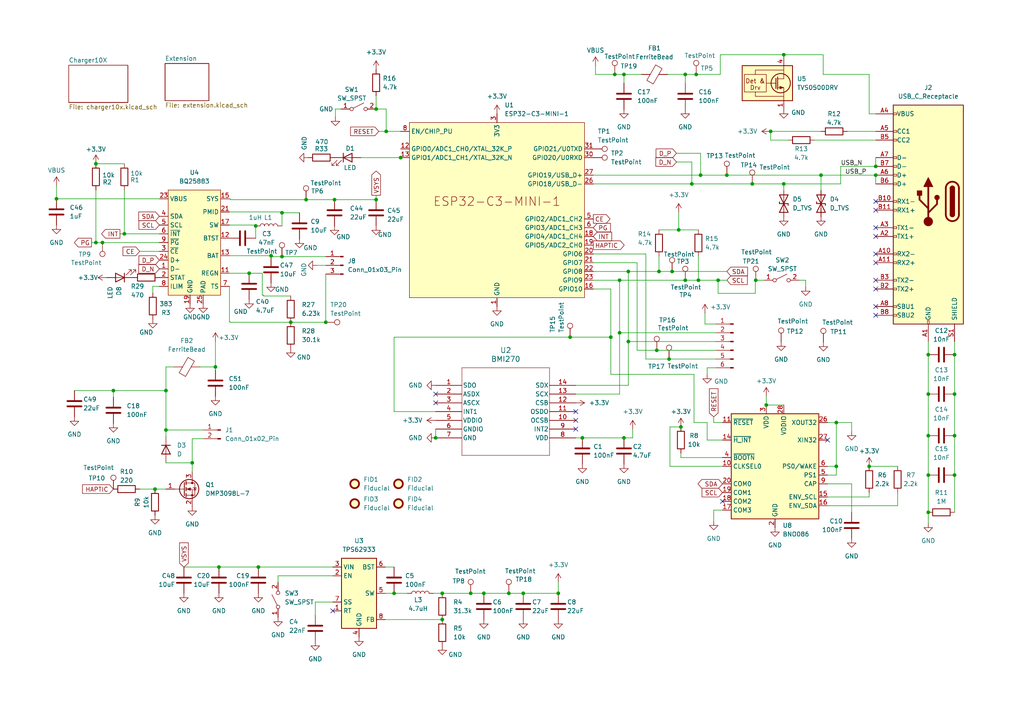
<source format=kicad_sch>
(kicad_sch (version 20230121) (generator eeschema)
  (paper "A4")
  (lib_symbols
    (symbol "BMI270:BMI270" (pin_names (offset 0.254))
      (property "Reference" "U" (at 20.32 10.16 0))
      (property "Value" "BMI270" (at 20.32 7.62 0))
      (symbol "BMI270_0_1"
        (pin bidirectional line (at 0 0 0) (length 7.62) (name "SDO") (number "1"))
        (pin input line (at 40.64 -10.16 180) (length 7.62) (name "OCSB") (number "10"))
        (pin output line (at 40.64 -7.62 180) (length 7.62) (name "OSDO") (number "11"))
        (pin input line (at 40.64 -5.08 180) (length 7.62) (name "CSB") (number "12"))
        (pin input line (at 40.64 -2.54 180) (length 7.62) (name "SCX") (number "13"))
        (pin bidirectional line (at 40.64 0 180) (length 7.62) (name "SDX") (number "14"))
        (pin bidirectional line (at 0 -2.54 0) (length 7.62) (name "ASDX") (number "2"))
        (pin bidirectional line (at 0 -5.08 0) (length 7.62) (name "ASCX") (number "3"))
        (pin bidirectional line (at 0 -7.62 0) (length 7.62) (name "INT1") (number "4"))
        (pin power_in line (at 0 -10.16 0) (length 7.62) (name "VDDIO") (number "5"))
        (pin power_out line (at 0 -12.7 0) (length 7.62) (name "GNDIO") (number "6"))
        (pin power_out line (at 0 -15.24 0) (length 7.62) (name "GND") (number "7"))
        (pin power_in line (at 40.64 -15.24 180) (length 7.62) (name "VDD") (number "8"))
        (pin bidirectional line (at 40.64 -12.7 180) (length 7.62) (name "INT2") (number "9"))
      )
    )
    (symbol "Battery_Management:BQ25883"
      (property "Reference" "U" (at 6.985 16.51 0))
      (property "Value" "BQ25883" (at -3.175 16.51 0))
      (symbol "BQ25883_1_1"
        (pin open_collector line (at -10.16 -7.62 0) (length 2.54) (name "D-") (number "1"))
        (pin power_out line (at 10.16 -8.89 180) (length 2.54) (name "REGN") (number "11"))
        (pin power_out line (at 10.16 1.27 180) (length 2.54) (name "BTST") (number "12"))
        (pin power_out line (at 10.16 -3.81 180) (length 2.54) (name "BAT") (number "13"))
        (pin passive line (at 10.16 -3.81 180) (length 2.54) hide (name "BAT") (number "14"))
        (pin output line (at 10.16 12.7 180) (length 2.54) (name "SYS") (number "15"))
        (pin passive line (at 10.16 12.7 180) (length 2.54) hide (name "SYS") (number "16"))
        (pin power_out line (at 10.16 5.08 180) (length 2.54) (name "SW") (number "17"))
        (pin passive line (at 10.16 5.08 180) (length 2.54) hide (name "SW") (number "18"))
        (pin power_in line (at -1.27 -17.78 90) (length 2.54) (name "GND") (number "19"))
        (pin open_collector line (at -10.16 -10.16 0) (length 2.54) (name "STAT") (number "2"))
        (pin passive line (at -1.27 -17.78 90) (length 2.54) hide (name "GND") (number "20"))
        (pin power_out line (at 10.16 8.89 180) (length 2.54) (name "PMID") (number "21"))
        (pin passive line (at 10.16 8.89 180) (length 2.54) hide (name "PMID") (number "22"))
        (pin power_in line (at -10.16 12.7 0) (length 2.54) (name "VBUS") (number "23"))
        (pin input line (at -10.16 -5.08 0) (length 2.54) (name "D+") (number "24"))
        (pin power_in line (at 2.54 -17.78 90) (length 2.54) (name "PAD") (number "25"))
        (pin input line (at -10.16 -2.54 0) (length 2.54) (name "~{CE}") (number "3"))
        (pin bidirectional line (at -10.16 7.62 0) (length 2.54) (name "SDA") (number "4"))
        (pin input line (at -10.16 5.08 0) (length 2.54) (name "SCL") (number "5"))
        (pin open_collector line (at -10.16 2.54 0) (length 2.54) (name "~{INT}") (number "6"))
        (pin input line (at 10.16 -12.7 180) (length 2.54) (name "TS") (number "7"))
        (pin input line (at -10.16 -12.7 0) (length 2.54) (name "ILIM") (number "8"))
        (pin input line (at -10.16 0 0) (length 2.54) (name "~{PG}") (number "9"))
      )
    )
    (symbol "Connector:Conn_01x02_Pin" (pin_names (offset 1.016) hide)
      (property "Reference" "J" (at 0 2.54 0))
      (property "Value" "Conn_01x02_Pin" (at 0 -5.08 0))
      (symbol "Conn_01x02_Pin_1_1"
        (pin passive line (at 5.08 0 180) (length 3.81) (name "Pin_1") (number "1"))
        (pin passive line (at 5.08 -2.54 180) (length 3.81) (name "Pin_2") (number "2"))
      )
    )
    (symbol "Connector:Conn_01x03_Pin" (pin_names (offset 1.016) hide)
      (property "Reference" "J" (at 0 5.08 0))
      (property "Value" "Conn_01x03_Pin" (at 0 -5.08 0))
      (symbol "Conn_01x03_Pin_1_1"
        (pin passive line (at 5.08 2.54 180) (length 3.81) (name "Pin_1") (number "1"))
        (pin passive line (at 5.08 0 180) (length 3.81) (name "Pin_2") (number "2"))
        (pin passive line (at 5.08 -2.54 180) (length 3.81) (name "Pin_3") (number "3"))
      )
    )
    (symbol "Connector:Conn_01x06_Pin" (pin_names (offset 1.016) hide)
      (property "Reference" "J" (at 0 7.62 0))
      (property "Value" "Conn_01x06_Pin" (at 0 -10.16 0))
      (symbol "Conn_01x06_Pin_1_1"
        (pin passive line (at 5.08 5.08 180) (length 3.81) (name "Pin_1") (number "1"))
        (pin passive line (at 5.08 2.54 180) (length 3.81) (name "Pin_2") (number "2"))
        (pin passive line (at 5.08 0 180) (length 3.81) (name "Pin_3") (number "3"))
        (pin passive line (at 5.08 -2.54 180) (length 3.81) (name "Pin_4") (number "4"))
        (pin passive line (at 5.08 -5.08 180) (length 3.81) (name "Pin_5") (number "5"))
        (pin passive line (at 5.08 -7.62 180) (length 3.81) (name "Pin_6") (number "6"))
      )
    )
    (symbol "Connector:TestPoint" (pin_numbers hide) (pin_names (offset 0.762) hide)
      (property "Reference" "TP" (at 0 6.858 0))
      (property "Value" "TestPoint" (at 0 5.08 0))
      (symbol "TestPoint_1_1"
        (pin passive line (at 0 0 90) (length 2.54) (name "1") (number "1"))
      )
    )
    (symbol "Connector:USB_C_Receptacle" (pin_names (offset 1.016))
      (property "Reference" "J" (at -10.16 29.21 0))
      (property "Value" "USB_C_Receptacle" (at 10.16 29.21 0))
      (symbol "USB_C_Receptacle_1_1"
        (pin passive line (at 0 -40.64 90) (length 5.08) (name "GND") (number "A1"))
        (pin bidirectional line (at 15.24 -15.24 180) (length 5.08) (name "RX2-") (number "A10"))
        (pin bidirectional line (at 15.24 -17.78 180) (length 5.08) (name "RX2+") (number "A11"))
        (pin passive line (at 0 -40.64 90) (length 5.08) hide (name "GND") (number "A12"))
        (pin bidirectional line (at 15.24 -10.16 180) (length 5.08) (name "TX1+") (number "A2"))
        (pin bidirectional line (at 15.24 -7.62 180) (length 5.08) (name "TX1-") (number "A3"))
        (pin passive line (at 15.24 25.4 180) (length 5.08) (name "VBUS") (number "A4"))
        (pin bidirectional line (at 15.24 20.32 180) (length 5.08) (name "CC1") (number "A5"))
        (pin bidirectional line (at 15.24 7.62 180) (length 5.08) (name "D+") (number "A6"))
        (pin bidirectional line (at 15.24 12.7 180) (length 5.08) (name "D-") (number "A7"))
        (pin bidirectional line (at 15.24 -30.48 180) (length 5.08) (name "SBU1") (number "A8"))
        (pin passive line (at 15.24 25.4 180) (length 5.08) hide (name "VBUS") (number "A9"))
        (pin passive line (at 0 -40.64 90) (length 5.08) hide (name "GND") (number "B1"))
        (pin bidirectional line (at 15.24 0 180) (length 5.08) (name "RX1-") (number "B10"))
        (pin bidirectional line (at 15.24 -2.54 180) (length 5.08) (name "RX1+") (number "B11"))
        (pin passive line (at 0 -40.64 90) (length 5.08) hide (name "GND") (number "B12"))
        (pin bidirectional line (at 15.24 -25.4 180) (length 5.08) (name "TX2+") (number "B2"))
        (pin bidirectional line (at 15.24 -22.86 180) (length 5.08) (name "TX2-") (number "B3"))
        (pin passive line (at 15.24 25.4 180) (length 5.08) hide (name "VBUS") (number "B4"))
        (pin bidirectional line (at 15.24 17.78 180) (length 5.08) (name "CC2") (number "B5"))
        (pin bidirectional line (at 15.24 5.08 180) (length 5.08) (name "D+") (number "B6"))
        (pin bidirectional line (at 15.24 10.16 180) (length 5.08) (name "D-") (number "B7"))
        (pin bidirectional line (at 15.24 -33.02 180) (length 5.08) (name "SBU2") (number "B8"))
        (pin passive line (at 15.24 25.4 180) (length 5.08) hide (name "VBUS") (number "B9"))
        (pin passive line (at -7.62 -40.64 90) (length 5.08) (name "SHIELD") (number "S1"))
      )
    )
    (symbol "Device:C" (pin_numbers hide) (pin_names (offset 0.254))
      (property "Reference" "C" (at 0.635 2.54 0))
      (property "Value" "C" (at 0.635 -2.54 0))
      (symbol "C_1_1"
        (pin passive line (at 0 3.81 270) (length 2.794) (name "~") (number "1"))
        (pin passive line (at 0 -3.81 90) (length 2.794) (name "~") (number "2"))
      )
    )
    (symbol "Device:D" (pin_numbers hide) (pin_names (offset 1.016) hide)
      (property "Reference" "D" (at 0 2.54 0))
      (property "Value" "D" (at 0 -2.54 0))
      (symbol "D_1_1"
        (pin passive line (at -3.81 0 0) (length 2.54) (name "K") (number "1"))
        (pin passive line (at 3.81 0 180) (length 2.54) (name "A") (number "2"))
      )
    )
    (symbol "Device:D_TVS" (pin_numbers hide) (pin_names (offset 1.016) hide)
      (property "Reference" "D" (at 0 2.54 0))
      (property "Value" "D_TVS" (at 0 -2.54 0))
      (symbol "D_TVS_1_1"
        (pin passive line (at -3.81 0 0) (length 2.54) (name "A1") (number "1"))
        (pin passive line (at 3.81 0 180) (length 2.54) (name "A2") (number "2"))
      )
    )
    (symbol "Device:FerriteBead" (pin_numbers hide) (pin_names (offset 0))
      (property "Reference" "FB" (at -3.81 0.635 90))
      (property "Value" "FerriteBead" (at 3.81 0 90))
      (symbol "FerriteBead_1_1"
        (pin passive line (at 0 3.81 270) (length 2.54) (name "~") (number "1"))
        (pin passive line (at 0 -3.81 90) (length 2.54) (name "~") (number "2"))
      )
    )
    (symbol "Device:L" (pin_numbers hide) (pin_names (offset 1.016) hide)
      (property "Reference" "L" (at -1.27 0 90))
      (property "Value" "L" (at 1.905 0 90))
      (symbol "L_1_1"
        (pin passive line (at 0 3.81 270) (length 1.27) (name "1") (number "1"))
        (pin passive line (at 0 -3.81 90) (length 1.27) (name "2") (number "2"))
      )
    )
    (symbol "Device:LED" (pin_numbers hide) (pin_names (offset 1.016) hide)
      (property "Reference" "D" (at 0 2.54 0))
      (property "Value" "LED" (at 0 -2.54 0))
      (symbol "LED_1_1"
        (pin passive line (at -3.81 0 0) (length 2.54) (name "K") (number "1"))
        (pin passive line (at 3.81 0 180) (length 2.54) (name "A") (number "2"))
      )
    )
    (symbol "Device:R" (pin_numbers hide) (pin_names (offset 0))
      (property "Reference" "R" (at 2.032 0 90))
      (property "Value" "R" (at 0 0 90))
      (symbol "R_1_1"
        (pin passive line (at 0 3.81 270) (length 1.27) (name "~") (number "1"))
        (pin passive line (at 0 -3.81 90) (length 1.27) (name "~") (number "2"))
      )
    )
    (symbol "Mechanical:Fiducial"
      (property "Reference" "FID" (at 0 5.08 0))
      (property "Value" "Fiducial" (at 0 3.175 0))
    )
    (symbol "PCM_Espressif:ESP32-C3-MINI-1"
      (property "Reference" "U" (at -25.4 30.48 0))
      (property "Value" "ESP32-C3-MINI-1" (at -25.4 27.94 0))
      (symbol "ESP32-C3-MINI-1_0_0"
        (text "ESP32-C3-MINI-1" (at 0 2.54 0) (effects (font (size 2.54 2.54))))
      )
      (symbol "ESP32-C3-MINI-1_1_1"
        (pin power_in line (at 0 -27.94 90) (length 2.54) (name "GND") (number "1"))
        (pin no_connect line (at -25.4 2.54 0) (length 2.54) hide (name "NC") (number "10"))
        (pin passive line (at 0 -27.94 90) (length 2.54) hide (name "GND") (number "11"))
        (pin bidirectional line (at -27.94 17.78 0) (length 2.54) (name "GPIO0/ADC1_CH0/XTAL_32K_P") (number "12"))
        (pin bidirectional line (at -27.94 15.24 0) (length 2.54) (name "GPIO1/ADC1_CH1/XTAL_32K_N") (number "13"))
        (pin passive line (at 0 -27.94 90) (length 2.54) hide (name "GND") (number "14"))
        (pin no_connect line (at -25.4 0 0) (length 2.54) hide (name "NC") (number "15"))
        (pin bidirectional line (at 27.94 -22.86 180) (length 2.54) (name "GPIO10") (number "16"))
        (pin no_connect line (at -25.4 -2.54 0) (length 2.54) hide (name "NC") (number "17"))
        (pin bidirectional line (at 27.94 -7.62 180) (length 2.54) (name "GPIO4/ADC1_CH4") (number "18"))
        (pin bidirectional line (at 27.94 -10.16 180) (length 2.54) (name "GPIO5/ADC2_CH0") (number "19"))
        (pin passive line (at 0 -27.94 90) (length 2.54) hide (name "GND") (number "2"))
        (pin bidirectional line (at 27.94 -12.7 180) (length 2.54) (name "GPIO6") (number "20"))
        (pin bidirectional line (at 27.94 -15.24 180) (length 2.54) (name "GPIO7") (number "21"))
        (pin bidirectional line (at 27.94 -17.78 180) (length 2.54) (name "GPIO8") (number "22"))
        (pin bidirectional line (at 27.94 -20.32 180) (length 2.54) (name "GPIO9") (number "23"))
        (pin no_connect line (at -25.4 -5.08 0) (length 2.54) hide (name "NC") (number "24"))
        (pin no_connect line (at -25.4 -7.62 0) (length 2.54) hide (name "NC") (number "25"))
        (pin bidirectional line (at 27.94 7.62 180) (length 2.54) (name "GPIO18/USB_D-") (number "26"))
        (pin bidirectional line (at 27.94 10.16 180) (length 2.54) (name "GPIO19/USB_D+") (number "27"))
        (pin no_connect line (at -25.4 -10.16 0) (length 2.54) hide (name "NC") (number "28"))
        (pin no_connect line (at -25.4 -12.7 0) (length 2.54) hide (name "NC") (number "29"))
        (pin power_in line (at 0 27.94 270) (length 2.54) (name "3V3") (number "3"))
        (pin bidirectional line (at 27.94 15.24 180) (length 2.54) (name "GPIO20/U0RXD") (number "30"))
        (pin bidirectional line (at 27.94 17.78 180) (length 2.54) (name "GPIO21/U0TXD") (number "31"))
        (pin no_connect line (at -25.4 -15.24 0) (length 2.54) hide (name "NC") (number "32"))
        (pin no_connect line (at -25.4 -17.78 0) (length 2.54) hide (name "NC") (number "33"))
        (pin no_connect line (at -25.4 -20.32 0) (length 2.54) hide (name "NC") (number "34"))
        (pin no_connect line (at -25.4 -22.86 0) (length 2.54) hide (name "NC") (number "35"))
        (pin passive line (at 0 -27.94 90) (length 2.54) hide (name "GND") (number "36"))
        (pin passive line (at 0 -27.94 90) (length 2.54) hide (name "GND") (number "37"))
        (pin passive line (at 0 -27.94 90) (length 2.54) hide (name "GND") (number "38"))
        (pin passive line (at 0 -27.94 90) (length 2.54) hide (name "GND") (number "39"))
        (pin no_connect line (at -25.4 10.16 0) (length 2.54) hide (name "NC") (number "4"))
        (pin passive line (at 0 -27.94 90) (length 2.54) hide (name "GND") (number "40"))
        (pin passive line (at 0 -27.94 90) (length 2.54) hide (name "GND") (number "41"))
        (pin passive line (at 0 -27.94 90) (length 2.54) hide (name "GND") (number "42"))
        (pin passive line (at 0 -27.94 90) (length 2.54) hide (name "GND") (number "43"))
        (pin passive line (at 0 -27.94 90) (length 2.54) hide (name "GND") (number "44"))
        (pin passive line (at 0 -27.94 90) (length 2.54) hide (name "GND") (number "45"))
        (pin passive line (at 0 -27.94 90) (length 2.54) hide (name "GND") (number "46"))
        (pin passive line (at 0 -27.94 90) (length 2.54) hide (name "GND") (number "47"))
        (pin passive line (at 0 -27.94 90) (length 2.54) hide (name "GND") (number "48"))
        (pin passive line (at 0 -27.94 90) (length 2.54) hide (name "GND") (number "49"))
        (pin bidirectional line (at 27.94 -2.54 180) (length 2.54) (name "GPIO2/ADC1_CH2") (number "5"))
        (pin passive line (at 0 -27.94 90) (length 2.54) hide (name "GND") (number "50"))
        (pin passive line (at 0 -27.94 90) (length 2.54) hide (name "GND") (number "51"))
        (pin passive line (at 0 -27.94 90) (length 2.54) hide (name "GND") (number "52"))
        (pin passive line (at 0 -27.94 90) (length 2.54) hide (name "GND") (number "53"))
        (pin bidirectional line (at 27.94 -5.08 180) (length 2.54) (name "GPIO3/ADC1_CH3") (number "6"))
        (pin no_connect line (at -25.4 7.62 0) (length 2.54) hide (name "NC") (number "7"))
        (pin input line (at -27.94 22.86 0) (length 2.54) (name "EN/CHIP_PU") (number "8"))
        (pin no_connect line (at -25.4 5.08 0) (length 2.54) hide (name "NC") (number "9"))
      )
    )
    (symbol "Power_Protection:TVS0500DRV" (pin_names (offset 0) hide)
      (property "Reference" "U" (at 2.54 1.27 0))
      (property "Value" "TVS0500DRV" (at 2.54 -1.27 0))
      (symbol "TVS0500DRV_0_0"
        (text "Det &" (at -8.255 0.635 0) (effects (font (size 1.27 1.27))))
        (text "Drv" (at -8.255 -1.27 0) (effects (font (size 1.27 1.27))))
      )
      (symbol "TVS0500DRV_1_1"
        (pin power_in line (at 0 -7.62 90) (length 2.54) (name "GND") (number "1"))
        (pin passive line (at 0 -7.62 90) (length 2.54) hide (name "GND") (number "2"))
        (pin passive line (at 0 -7.62 90) (length 2.54) hide (name "GND") (number "3"))
        (pin passive line (at 0 7.62 270) (length 2.54) (name "IN") (number "4"))
        (pin passive line (at 0 7.62 270) (length 2.54) hide (name "IN") (number "5"))
        (pin passive line (at 0 7.62 270) (length 2.54) hide (name "IN") (number "6"))
        (pin passive line (at 0 -7.62 90) (length 2.54) hide (name "GND") (number "7"))
      )
    )
    (symbol "Regulator_Switching:TPS62933"
      (property "Reference" "U" (at 0 13.97 0))
      (property "Value" "TPS62933" (at 0 11.43 0))
      (symbol "TPS62933_1_1"
        (pin passive line (at -7.62 -5.08 0) (length 2.54) (name "RT") (number "1"))
        (pin input line (at -7.62 5.08 0) (length 2.54) (name "EN") (number "2"))
        (pin power_in line (at -7.62 7.62 0) (length 2.54) (name "VIN") (number "3"))
        (pin power_in line (at 0 -12.7 90) (length 2.54) (name "GND") (number "4"))
        (pin output line (at 7.62 0 180) (length 2.54) (name "SW") (number "5"))
        (pin passive line (at 7.62 7.62 180) (length 2.54) (name "BST") (number "6"))
        (pin passive line (at -7.62 -2.54 0) (length 2.54) (name "SS") (number "7"))
        (pin input line (at 7.62 -7.62 180) (length 2.54) (name "FB") (number "8"))
      )
    )
    (symbol "Sensor_Motion:BNO086"
      (property "Reference" "U" (at -11.43 16.51 0))
      (property "Value" "BNO086" (at 12.7 16.51 0))
      (symbol "BNO086_1_1"
        (pin no_connect line (at -12.7 10.16 0) (length 2.54) hide (name "PIN1") (number "1"))
        (pin output line (at -15.24 0 0) (length 2.54) (name "CLKSEL0") (number "10"))
        (pin input line (at -15.24 12.7 0) (length 2.54) (name "~{RESET}") (number "11"))
        (pin no_connect line (at 12.7 10.16 180) (length 2.54) hide (name "PIN12") (number "12"))
        (pin no_connect line (at 12.7 7.62 180) (length 2.54) hide (name "PIN13") (number "13"))
        (pin output line (at -15.24 7.62 0) (length 2.54) (name "~{H_INT}") (number "14"))
        (pin power_in line (at 15.24 -8.89 180) (length 2.54) (name "ENV_SCL") (number "15"))
        (pin power_in line (at 15.24 -11.43 180) (length 2.54) (name "ENV_SDA") (number "16"))
        (pin input line (at -15.24 -12.7 0) (length 2.54) (name "COM3") (number "17"))
        (pin passive line (at -15.24 -10.16 0) (length 2.54) (name "COM2") (number "18"))
        (pin bidirectional line (at -15.24 -7.62 0) (length 2.54) (name "COM1") (number "19"))
        (pin power_in line (at 0 -17.78 90) (length 2.54) (name "GND") (number "2"))
        (pin bidirectional line (at -15.24 -5.08 0) (length 2.54) (name "COM0") (number "20"))
        (pin no_connect line (at 12.7 5.08 180) (length 2.54) hide (name "PIN21") (number "21"))
        (pin no_connect line (at 12.7 2.54 180) (length 2.54) hide (name "PIN22") (number "22"))
        (pin no_connect line (at 12.7 -2.54 180) (length 2.54) hide (name "PIN23") (number "23"))
        (pin no_connect line (at 12.7 -5.08 180) (length 2.54) hide (name "PIN24") (number "24"))
        (pin passive line (at 0 -17.78 90) (length 2.54) hide (name "GND") (number "25"))
        (pin output line (at 15.24 12.7 180) (length 2.54) (name "XOUT32") (number "26"))
        (pin input line (at 15.24 7.62 180) (length 2.54) (name "XIN32") (number "27"))
        (pin power_in line (at 2.54 17.78 270) (length 2.54) (name "VDDIO") (number "28"))
        (pin power_in line (at -2.54 17.78 270) (length 2.54) (name "VDD") (number "3"))
        (pin input line (at -15.24 2.54 0) (length 2.54) (name "~{BOOTN}") (number "4"))
        (pin input line (at 15.24 -2.54 180) (length 2.54) (name "PS1") (number "5"))
        (pin input line (at 15.24 0 180) (length 2.54) (name "PS0/WAKE") (number "6"))
        (pin no_connect line (at -12.7 5.08 0) (length 2.54) hide (name "PIN7") (number "7"))
        (pin no_connect line (at -12.7 -2.54 0) (length 2.54) hide (name "PIN8") (number "8"))
        (pin passive line (at 15.24 -5.08 180) (length 2.54) (name "CAP") (number "9"))
      )
    )
    (symbol "Switch:SW_SPST" (pin_names (offset 0) hide)
      (property "Reference" "SW" (at 0 3.175 0))
      (property "Value" "SW_SPST" (at 0 -2.54 0))
      (symbol "SW_SPST_1_1"
        (pin passive line (at -5.08 0 0) (length 2.54) (name "A") (number "1"))
        (pin passive line (at 5.08 0 180) (length 2.54) (name "B") (number "2"))
      )
    )
    (symbol "Transistor_FET:2N7002E" (pin_names hide)
      (property "Reference" "Q" (at 5.08 1.905 0))
      (property "Value" "2N7002E" (at 5.08 0 0))
      (symbol "2N7002E_1_1"
        (pin input line (at -5.08 0 0) (length 2.54) (name "G") (number "1"))
        (pin passive line (at 2.54 -5.08 90) (length 2.54) (name "S") (number "2"))
        (pin passive line (at 2.54 5.08 270) (length 2.54) (name "D") (number "3"))
      )
    )
    (symbol "power:+3.3V" (power) (pin_names (offset 0))
      (property "Value" "+3.3V" (at 0 3.556 0))
      (symbol "+3.3V_1_1"
        (pin power_in line (at 0 0 90) (length 0) hide (name "+3.3V") (number "1"))
      )
    )
    (symbol "power:GND" (power) (pin_names (offset 0))
      (property "Value" "GND" (at 0 -3.81 0))
      (symbol "GND_1_1"
        (pin power_in line (at 0 0 270) (length 0) hide (name "GND") (number "1"))
      )
    )
    (symbol "power:VBUS" (power) (pin_names (offset 0))
      (property "Value" "VBUS" (at 0 3.81 0))
      (symbol "VBUS_1_1"
        (pin power_in line (at 0 0 90) (length 0) hide (name "VBUS") (number "1"))
      )
    )
  )
  (junction (at 88.773 57.912))
  (junction (at 136.525 172.085))
  (junction (at 55.753 134.239))
  (junction (at 201.93 21.59))
  (junction (at 109.093 31.623))
  (junction (at 128.27 172.085))
  (junction (at 179.705 96.52))
  (junction (at 242.57 122.555))
  (junction (at 269.24 126.365))
  (junction (at 198.755 21.59))
  (junction (at 200.66 53.34))
  (junction (at 165.354 97.79))
  (junction (at 194.056 104.14))
  (junction (at 210.82 50.8))
  (junction (at 182.245 99.06))
  (junction (at 238.125 50.8))
  (junction (at 140.335 172.085))
  (junction (at 180.975 127))
  (junction (at 227.33 15.875))
  (junction (at 254 48.26))
  (junction (at 128.27 179.705))
  (junction (at 84.328 93.472))
  (junction (at 74.168 65.532))
  (junction (at 32.893 113.284))
  (junction (at 242.57 135.255))
  (junction (at 114.3 172.085))
  (junction (at 223.52 38.1))
  (junction (at 276.86 114.3))
  (junction (at 81.788 74.422))
  (junction (at 254 50.8))
  (junction (at 168.91 127))
  (junction (at 74.93 164.465))
  (junction (at 227.33 53.34))
  (junction (at 182.245 78.74))
  (junction (at 179.705 81.28))
  (junction (at 276.86 102.87))
  (junction (at 252.095 135.255))
  (junction (at 269.24 148.59))
  (junction (at 48.133 124.714))
  (junction (at 194.945 78.74))
  (junction (at 276.86 126.365))
  (junction (at 97.028 57.912))
  (junction (at 202.565 81.28))
  (junction (at 196.85 66.675))
  (junction (at 269.24 137.795))
  (junction (at 62.484 106.426))
  (junction (at 36.068 67.818))
  (junction (at 222.25 117.475))
  (junction (at 147.574 172.085))
  (junction (at 81.788 61.722))
  (junction (at 161.925 172.085))
  (junction (at 44.958 141.859))
  (junction (at 197.485 123.825))
  (junction (at 72.263 79.248))
  (junction (at 269.24 102.87))
  (junction (at 203.2 50.8))
  (junction (at 276.86 137.795))
  (junction (at 112.014 38.1))
  (junction (at 109.093 57.912))
  (junction (at 116.205 45.72))
  (junction (at 219.202 81.28))
  (junction (at 126.365 127))
  (junction (at 94.488 93.472))
  (junction (at 198.755 81.28))
  (junction (at 180.975 21.59))
  (junction (at 16.383 57.658))
  (junction (at 78.613 74.168))
  (junction (at 218.186 53.34))
  (junction (at 178.308 21.59))
  (junction (at 27.813 47.498))
  (junction (at 48.133 113.284))
  (junction (at 269.24 114.3))
  (junction (at 208.28 81.28))
  (junction (at 177.165 97.79))
  (junction (at 27.813 70.358))
  (junction (at 151.765 172.085))
  (junction (at 190.5 101.6))
  (junction (at 29.718 70.358))
  (junction (at 191.135 78.74))
  (junction (at 63.5 164.465))
  (no_connect (at 96.52 177.165))
  (no_connect (at 126.365 114.3))
  (no_connect (at 167.005 119.38))
  (no_connect (at 254 81.28))
  (no_connect (at 254 88.9))
  (no_connect (at 126.365 116.84))
  (no_connect (at 254 68.58))
  (no_connect (at 254 73.66))
  (no_connect (at 209.55 145.415))
  (no_connect (at 254 76.2))
  (no_connect (at 240.03 127.635))
  (no_connect (at 167.005 124.46))
  (no_connect (at 254 60.96))
  (no_connect (at 254 83.82))
  (no_connect (at 254 91.44))
  (no_connect (at 167.005 121.92))
  (no_connect (at 254 58.42))
  (no_connect (at 254 66.04))
  (wire (pts (xy 66.548 79.248) (xy 72.263 79.248)))
  (wire (pts (xy 97.282 31.623) (xy 97.282 33.909)))
  (wire (pts (xy 247.015 122.555) (xy 247.015 125.095)))
  (wire (pts (xy 32.893 113.284) (xy 48.133 113.284)))
  (wire (pts (xy 205.105 108.585) (xy 205.105 106.68)))
  (wire (pts (xy 196.85 61.595) (xy 196.85 66.675)))
  (wire (pts (xy 204.47 93.98) (xy 204.47 90.805)))
  (wire (pts (xy 209.55 122.555) (xy 207.01 122.555)))
  (wire (pts (xy 84.328 93.472) (xy 94.488 93.472)))
  (wire (pts (xy 76.454 85.598) (xy 76.454 85.852)))
  (wire (pts (xy 48.133 106.426) (xy 48.133 113.284)))
  (wire (pts (xy 227.33 53.34) (xy 243.84 53.34)))
  (wire (pts (xy 207.645 104.14) (xy 194.056 104.14)))
  (wire (pts (xy 207.645 101.6) (xy 190.5 101.6)))
  (wire (pts (xy 104.648 45.72) (xy 116.205 45.72)))
  (wire (pts (xy 98.933 31.623) (xy 97.282 31.623)))
  (wire (pts (xy 276.86 99.06) (xy 276.86 102.87)))
  (wire (pts (xy 208.915 15.875) (xy 227.33 15.875)))
  (wire (pts (xy 238.76 21.59) (xy 252.095 21.59)))
  (wire (pts (xy 208.28 81.28) (xy 210.82 81.28)))
  (wire (pts (xy 194.31 135.255) (xy 194.31 123.825)))
  (wire (pts (xy 112.014 31.623) (xy 112.014 38.1)))
  (wire (pts (xy 76.073 85.598) (xy 76.454 85.598)))
  (wire (pts (xy 219.075 85.09) (xy 208.28 85.09)))
  (wire (pts (xy 136.525 172.085) (xy 140.335 172.085)))
  (wire (pts (xy 21.59 113.284) (xy 32.893 113.284)))
  (wire (pts (xy 111.76 172.085) (xy 114.3 172.085)))
  (wire (pts (xy 140.335 172.085) (xy 147.574 172.085)))
  (wire (pts (xy 48.133 126.619) (xy 48.133 124.714)))
  (wire (pts (xy 269.24 114.3) (xy 269.24 126.365)))
  (wire (pts (xy 238.125 38.1) (xy 223.52 38.1)))
  (wire (pts (xy 179.705 96.52) (xy 207.645 96.52)))
  (wire (pts (xy 179.705 96.52) (xy 179.705 81.28)))
  (wire (pts (xy 80.645 167.005) (xy 96.52 167.005)))
  (wire (pts (xy 66.548 93.218) (xy 66.548 83.058)))
  (wire (pts (xy 36.068 67.818) (xy 46.228 67.818)))
  (wire (pts (xy 36.068 55.118) (xy 36.068 67.818)))
  (wire (pts (xy 207.01 147.955) (xy 207.01 151.13)))
  (wire (pts (xy 109.093 31.623) (xy 112.014 31.623)))
  (wire (pts (xy 40.513 141.859) (xy 44.958 141.859)))
  (wire (pts (xy 48.133 124.714) (xy 48.133 113.284)))
  (wire (pts (xy 219.075 81.28) (xy 219.075 85.09)))
  (wire (pts (xy 198.755 21.59) (xy 201.93 21.59)))
  (wire (pts (xy 209.55 132.715) (xy 197.485 132.715)))
  (wire (pts (xy 112.014 38.1) (xy 116.205 38.1)))
  (wire (pts (xy 111.76 164.465) (xy 114.3 164.465)))
  (wire (pts (xy 200.66 53.34) (xy 218.186 53.34)))
  (wire (pts (xy 177.165 83.82) (xy 172.085 83.82)))
  (wire (pts (xy 111.76 179.705) (xy 128.27 179.705)))
  (wire (pts (xy 178.308 21.59) (xy 172.72 21.59)))
  (wire (pts (xy 116.205 45.72) (xy 116.332 45.72)))
  (wire (pts (xy 165.354 97.79) (xy 177.165 97.79)))
  (wire (pts (xy 208.915 15.875) (xy 208.915 21.59)))
  (wire (pts (xy 58.039 106.426) (xy 62.484 106.426)))
  (wire (pts (xy 269.24 148.59) (xy 269.24 151.765)))
  (wire (pts (xy 48.133 124.714) (xy 58.928 124.714)))
  (wire (pts (xy 245.745 38.1) (xy 254 38.1)))
  (wire (pts (xy 233.68 81.28) (xy 233.68 83.185)))
  (wire (pts (xy 202.565 81.28) (xy 208.28 81.28)))
  (wire (pts (xy 219.202 81.28) (xy 219.075 81.28)))
  (wire (pts (xy 76.454 85.852) (xy 84.328 85.852)))
  (wire (pts (xy 32.893 113.284) (xy 32.893 115.189)))
  (wire (pts (xy 172.085 78.74) (xy 182.245 78.74)))
  (wire (pts (xy 205.105 127.635) (xy 209.55 127.635)))
  (wire (pts (xy 196.215 46.99) (xy 200.66 46.99)))
  (wire (pts (xy 203.2 50.8) (xy 210.82 50.8)))
  (wire (pts (xy 126.365 119.38) (xy 114.3 119.38)))
  (wire (pts (xy 66.802 57.658) (xy 66.802 57.912)))
  (wire (pts (xy 72.263 79.248) (xy 76.073 79.248)))
  (wire (pts (xy 252.095 144.145) (xy 240.03 144.145)))
  (wire (pts (xy 187.325 73.66) (xy 172.085 73.66)))
  (wire (pts (xy 66.675 93.218) (xy 66.675 93.472)))
  (wire (pts (xy 254 45.72) (xy 254 48.26)))
  (wire (pts (xy 48.133 134.239) (xy 55.753 134.239)))
  (wire (pts (xy 125.73 172.085) (xy 128.27 172.085)))
  (wire (pts (xy 167.005 114.3) (xy 179.705 114.3)))
  (wire (pts (xy 207.645 99.06) (xy 182.245 99.06)))
  (wire (pts (xy 238.76 15.875) (xy 238.76 21.59)))
  (wire (pts (xy 114.3 97.79) (xy 165.354 97.79)))
  (wire (pts (xy 260.35 146.685) (xy 260.35 142.875)))
  (wire (pts (xy 66.548 61.468) (xy 81.788 61.468)))
  (wire (pts (xy 151.765 172.085) (xy 161.925 172.085)))
  (wire (pts (xy 207.645 93.98) (xy 204.47 93.98)))
  (wire (pts (xy 128.27 172.085) (xy 136.525 172.085)))
  (wire (pts (xy 88.773 57.912) (xy 97.028 57.912)))
  (wire (pts (xy 198.755 81.28) (xy 202.565 81.28)))
  (wire (pts (xy 81.788 74.422) (xy 94.488 74.422)))
  (wire (pts (xy 76.073 79.248) (xy 76.073 85.598)))
  (wire (pts (xy 114.3 119.38) (xy 114.3 97.79)))
  (wire (pts (xy 222.25 117.475) (xy 227.33 117.475)))
  (wire (pts (xy 180.975 21.59) (xy 180.975 24.13)))
  (wire (pts (xy 240.03 135.255) (xy 242.57 135.255)))
  (wire (pts (xy 74.93 164.465) (xy 96.52 164.465)))
  (wire (pts (xy 222.25 114.935) (xy 222.25 117.475)))
  (wire (pts (xy 168.91 127) (xy 180.975 127)))
  (wire (pts (xy 252.095 135.255) (xy 260.35 135.255)))
  (wire (pts (xy 44.958 141.859) (xy 48.133 141.859)))
  (wire (pts (xy 55.753 127.254) (xy 55.753 134.239)))
  (wire (pts (xy 182.245 111.76) (xy 167.005 111.76)))
  (wire (pts (xy 16.383 53.848) (xy 16.383 57.658)))
  (wire (pts (xy 167.005 127) (xy 168.91 127)))
  (wire (pts (xy 187.325 104.14) (xy 187.325 73.66)))
  (wire (pts (xy 79.121 74.168) (xy 79.121 74.422)))
  (wire (pts (xy 252.095 21.59) (xy 252.095 33.02)))
  (wire (pts (xy 74.168 65.278) (xy 74.168 65.532)))
  (wire (pts (xy 180.975 21.59) (xy 178.308 21.59)))
  (wire (pts (xy 221.615 81.28) (xy 219.202 81.28)))
  (wire (pts (xy 227.33 15.875) (xy 238.76 15.875)))
  (wire (pts (xy 252.095 142.875) (xy 252.095 144.145)))
  (wire (pts (xy 109.093 56.642) (xy 109.093 57.912)))
  (wire (pts (xy 179.705 114.3) (xy 179.705 96.52)))
  (wire (pts (xy 96.52 174.625) (xy 91.44 174.625)))
  (wire (pts (xy 242.57 135.255) (xy 242.57 137.795)))
  (wire (pts (xy 196.215 44.45) (xy 203.2 44.45)))
  (wire (pts (xy 62.484 99.06) (xy 62.484 106.426)))
  (wire (pts (xy 209.55 135.255) (xy 194.31 135.255)))
  (wire (pts (xy 78.613 74.168) (xy 78.613 74.422)))
  (wire (pts (xy 183.515 127) (xy 180.975 127)))
  (wire (pts (xy 201.93 21.59) (xy 208.915 21.59)))
  (wire (pts (xy 231.775 81.28) (xy 233.68 81.28)))
  (wire (pts (xy 177.165 108.585) (xy 201.295 108.585)))
  (wire (pts (xy 186.055 21.59) (xy 180.975 21.59)))
  (wire (pts (xy 269.24 102.87) (xy 269.24 114.3)))
  (wire (pts (xy 194.056 104.14) (xy 187.325 104.14)))
  (wire (pts (xy 208.28 85.09) (xy 208.28 81.28)))
  (wire (pts (xy 205.105 122.555) (xy 205.105 127.635)))
  (wire (pts (xy 227.33 15.875) (xy 227.33 16.51)))
  (wire (pts (xy 202.565 74.295) (xy 202.565 81.28)))
  (wire (pts (xy 254 48.26) (xy 243.84 48.26)))
  (wire (pts (xy 109.093 27.813) (xy 109.093 31.623)))
  (wire (pts (xy 63.5 164.465) (xy 53.34 164.465)))
  (wire (pts (xy 242.57 137.795) (xy 240.03 137.795)))
  (wire (pts (xy 218.186 53.34) (xy 227.33 53.34)))
  (wire (pts (xy 97.028 57.912) (xy 109.093 57.912)))
  (wire (pts (xy 94.488 79.502) (xy 94.488 93.472)))
  (wire (pts (xy 197.485 132.715) (xy 197.485 131.445)))
  (wire (pts (xy 247.015 140.335) (xy 247.015 148.59)))
  (wire (pts (xy 44.323 84.963) (xy 44.323 83.058)))
  (wire (pts (xy 81.788 61.722) (xy 81.788 65.532)))
  (wire (pts (xy 29.718 70.358) (xy 46.228 70.358)))
  (wire (pts (xy 207.01 120.904) (xy 207.01 122.555)))
  (wire (pts (xy 184.785 76.2) (xy 172.085 76.2)))
  (wire (pts (xy 161.925 168.91) (xy 161.925 172.085)))
  (wire (pts (xy 91.44 174.625) (xy 91.44 178.435)))
  (wire (pts (xy 190.5 101.6) (xy 184.785 101.6)))
  (wire (pts (xy 66.548 74.168) (xy 78.613 74.168)))
  (wire (pts (xy 27.813 70.358) (xy 29.718 70.358)))
  (wire (pts (xy 227.33 53.34) (xy 227.33 55.245)))
  (wire (pts (xy 27.813 55.118) (xy 27.813 70.358)))
  (wire (pts (xy 78.613 74.168) (xy 79.121 74.168)))
  (wire (pts (xy 66.675 93.472) (xy 84.328 93.472)))
  (wire (pts (xy 66.548 65.278) (xy 74.168 65.278)))
  (wire (pts (xy 62.484 106.426) (xy 62.484 107.315)))
  (wire (pts (xy 114.3 172.085) (xy 118.11 172.085)))
  (wire (pts (xy 201.295 108.585) (xy 201.295 122.555)))
  (wire (pts (xy 80.645 168.91) (xy 80.645 167.005)))
  (wire (pts (xy 276.86 114.3) (xy 276.86 126.365)))
  (wire (pts (xy 74.168 65.532) (xy 74.168 69.088)))
  (wire (pts (xy 183.515 124.46) (xy 183.515 127)))
  (wire (pts (xy 238.125 50.8) (xy 238.125 55.245)))
  (wire (pts (xy 194.945 78.74) (xy 210.82 78.74)))
  (wire (pts (xy 16.383 57.658) (xy 46.228 57.658)))
  (wire (pts (xy 269.24 137.795) (xy 269.24 148.59)))
  (wire (pts (xy 269.24 99.06) (xy 269.24 102.87)))
  (wire (pts (xy 74.93 164.465) (xy 63.5 164.465)))
  (wire (pts (xy 26.543 70.358) (xy 27.813 70.358)))
  (wire (pts (xy 254 50.8) (xy 254 53.34)))
  (wire (pts (xy 238.125 50.8) (xy 254 50.8)))
  (wire (pts (xy 44.323 83.058) (xy 46.228 83.058)))
  (wire (pts (xy 193.675 21.59) (xy 198.755 21.59)))
  (wire (pts (xy 66.548 57.658) (xy 66.802 57.658)))
  (wire (pts (xy 50.419 106.426) (xy 48.133 106.426)))
  (wire (pts (xy 91.948 76.962) (xy 94.488 76.962)))
  (wire (pts (xy 184.785 76.2) (xy 184.785 101.6)))
  (wire (pts (xy 201.295 122.555) (xy 205.105 122.555)))
  (wire (pts (xy 177.165 97.79) (xy 177.165 83.82)))
  (wire (pts (xy 147.574 172.085) (xy 151.765 172.085)))
  (wire (pts (xy 177.165 97.79) (xy 177.165 108.585)))
  (wire (pts (xy 276.86 137.795) (xy 276.86 148.59)))
  (wire (pts (xy 276.86 126.365) (xy 276.86 137.795)))
  (wire (pts (xy 223.52 40.64) (xy 223.52 38.1)))
  (wire (pts (xy 191.135 74.295) (xy 191.135 78.74)))
  (wire (pts (xy 66.548 93.218) (xy 66.675 93.218)))
  (wire (pts (xy 66.802 57.912) (xy 88.773 57.912)))
  (wire (pts (xy 236.22 40.64) (xy 254 40.64)))
  (wire (pts (xy 191.135 78.74) (xy 194.945 78.74)))
  (wire (pts (xy 109.855 38.1) (xy 112.014 38.1)))
  (wire (pts (xy 240.03 122.555) (xy 242.57 122.555)))
  (wire (pts (xy 210.82 50.8) (xy 238.125 50.8)))
  (wire (pts (xy 179.705 81.28) (xy 198.755 81.28)))
  (wire (pts (xy 240.03 140.335) (xy 247.015 140.335)))
  (wire (pts (xy 40.513 72.898) (xy 46.228 72.898)))
  (wire (pts (xy 191.135 66.675) (xy 196.85 66.675)))
  (wire (pts (xy 194.31 123.825) (xy 197.485 123.825)))
  (wire (pts (xy 203.2 44.45) (xy 203.2 50.8)))
  (wire (pts (xy 34.798 67.818) (xy 36.068 67.818)))
  (wire (pts (xy 126.365 124.46) (xy 126.365 127)))
  (wire (pts (xy 207.01 147.955) (xy 209.55 147.955)))
  (wire (pts (xy 240.03 146.685) (xy 260.35 146.685)))
  (wire (pts (xy 276.86 102.87) (xy 276.86 114.3)))
  (wire (pts (xy 269.24 126.365) (xy 269.24 137.795)))
  (wire (pts (xy 243.84 48.26) (xy 243.84 53.34)))
  (wire (pts (xy 172.085 50.8) (xy 203.2 50.8)))
  (wire (pts (xy 196.85 66.675) (xy 202.565 66.675)))
  (wire (pts (xy 27.813 47.498) (xy 36.068 47.498)))
  (wire (pts (xy 179.705 81.28) (xy 172.085 81.28)))
  (wire (pts (xy 182.245 78.74) (xy 191.135 78.74)))
  (wire (pts (xy 79.121 74.422) (xy 81.788 74.422)))
  (wire (pts (xy 172.72 21.59) (xy 172.72 19.05)))
  (wire (pts (xy 182.245 78.74) (xy 182.245 99.06)))
  (wire (pts (xy 81.788 61.722) (xy 86.868 61.722)))
  (wire (pts (xy 81.788 61.468) (xy 81.788 61.722)))
  (wire (pts (xy 242.57 122.555) (xy 247.015 122.555)))
  (wire (pts (xy 172.085 53.34) (xy 200.66 53.34)))
  (wire (pts (xy 254 33.02) (xy 252.095 33.02)))
  (wire (pts (xy 242.57 122.555) (xy 242.57 135.255)))
  (wire (pts (xy 228.6 40.64) (xy 223.52 40.64)))
  (wire (pts (xy 55.753 127.254) (xy 58.928 127.254)))
  (wire (pts (xy 182.245 99.06) (xy 182.245 111.76)))
  (wire (pts (xy 200.66 46.99) (xy 200.66 53.34)))
  (wire (pts (xy 198.755 21.59) (xy 198.755 24.13)))
  (wire (pts (xy 205.105 106.68) (xy 207.645 106.68)))
  (wire (pts (xy 55.753 134.239) (xy 55.753 136.779)))
  (label "USB_N" (at 243.84 48.26 0))
  (label "USB_P" (at 245.11 50.8 0))
  (global_label "PG" (shape output) (at 26.543 70.358 180) (property "Intersheetrefs" "${INTERSHEET_REFS}" (effects hide)))
  (global_label "SCL" (shape input) (at 46.228 65.278 180) (property "Intersheetrefs" "${INTERSHEET_REFS}" (effects hide)))
  (global_label "D_P" (shape input) (at 46.228 75.438 180) (property "Intersheetrefs" "${INTERSHEET_REFS}" (effects hide)))
  (global_label "RESET" (shape input) (at 207.01 120.904 90) (property "Intersheetrefs" "${INTERSHEET_REFS}" (effects hide)))
  (global_label "CE" (shape input) (at 40.513 72.898 180) (property "Intersheetrefs" "${INTERSHEET_REFS}" (effects hide)))
  (global_label "SCL" (shape input) (at 209.55 142.875 180) (property "Intersheetrefs" "${INTERSHEET_REFS}" (effects hide)))
  (global_label "SDA" (shape input) (at 210.82 78.74 0) (property "Intersheetrefs" "${INTERSHEET_REFS}" (effects hide)))
  (global_label "HAPTIC" (shape output) (at 172.085 71.12 0) (property "Intersheetrefs" "${INTERSHEET_REFS}" (effects hide)))
  (global_label "SCL" (shape input) (at 210.82 81.28 0) (property "Intersheetrefs" "${INTERSHEET_REFS}" (effects hide)))
  (global_label "D_N" (shape input) (at 46.228 77.978 180) (property "Intersheetrefs" "${INTERSHEET_REFS}" (effects hide)))
  (global_label "HAPTIC" (shape input) (at 32.893 141.859 180) (property "Intersheetrefs" "${INTERSHEET_REFS}" (effects hide)))
  (global_label "VSYS" (shape output) (at 109.093 56.642 90) (property "Intersheetrefs" "${INTERSHEET_REFS}" (effects hide)))
  (global_label "D_P" (shape input) (at 196.215 44.45 180) (property "Intersheetrefs" "${INTERSHEET_REFS}" (effects hide)))
  (global_label "PG" (shape input) (at 172.085 66.04 0) (property "Intersheetrefs" "${INTERSHEET_REFS}" (effects hide)))
  (global_label "INT" (shape input) (at 172.085 68.58 0) (property "Intersheetrefs" "${INTERSHEET_REFS}" (effects hide)))
  (global_label "SDA" (shape bidirectional) (at 209.55 140.335 180) (property "Intersheetrefs" "${INTERSHEET_REFS}" (effects hide)))
  (global_label "D_N" (shape input) (at 196.215 46.99 180) (property "Intersheetrefs" "${INTERSHEET_REFS}" (effects hide)))
  (global_label "VSYS" (shape input) (at 53.34 164.465 90) (property "Intersheetrefs" "${INTERSHEET_REFS}" (effects hide)))
  (global_label "SDA" (shape input) (at 46.228 62.738 180) (property "Intersheetrefs" "${INTERSHEET_REFS}" (effects hide)))
  (global_label "INT" (shape output) (at 34.798 67.818 180) (property "Intersheetrefs" "${INTERSHEET_REFS}" (effects hide)))
  (global_label "RESET" (shape input) (at 109.855 38.1 180) (property "Intersheetrefs" "${INTERSHEET_REFS}" (effects hide)))
  (global_label "CE" (shape output) (at 172.085 63.5 0) (property "Intersheetrefs" "${INTERSHEET_REFS}" (effects hide)))
  (symbol (lib_id "Device:C") (at 273.05 114.3 90) (unit 1)
    (property "Reference" "C13" (at 273.05 107.315 90))
    (property "Value" "10nF" (at 273.05 109.855 90))
    (property "Footprint" "Capacitor_SMD:C_0402_1005Metric" (effects hide))
  )
  (symbol (lib_id "Device:C") (at 91.44 182.245 0) (unit 1)
    (property "Reference" "C4" (at 83.82 180.34 0) (effects (justify left)))
    (property "Value" "22nF" (at 83.82 182.88 0) (effects (justify left)))
    (property "Footprint" "Capacitor_SMD:C_0402_1005Metric" (effects hide))
  )
  (symbol (lib_id "Device:C") (at 53.34 168.275 0) (mirror y) (unit 1)
    (property "Reference" "C48" (at 50.8 167.005 0) (effects (justify left)))
    (property "Value" "10uF" (at 50.8 169.545 0) (effects (justify left)))
    (property "Footprint" "Capacitor_SMD:C_0603_1608Metric" (effects hide))
  )
  (symbol (lib_id "power:GND") (at 53.34 172.085 0) (mirror y) (unit 1)
    (property "Reference" "#PWR022" (effects hide))
    (property "Value" "GND" (at 53.34 177.165 0))
  )
  (symbol (lib_id "Device:R") (at 260.35 139.065 180) (unit 1)
    (property "Reference" "R7" (at 264.16 137.795 0))
    (property "Value" "2.2k" (at 264.16 140.335 0))
    (property "Footprint" "Resistor_SMD:R_0402_1005Metric" (effects hide))
  )
  (symbol (lib_id "power:GND") (at 227.33 62.865 0) (unit 1)
    (property "Reference" "#PWR041" (effects hide))
    (property "Value" "GND" (at 227.33 67.945 0))
  )
  (symbol (lib_id "Device:R") (at 202.565 70.485 0) (unit 1)
    (property "Reference" "R15" (at 204.47 69.215 0) (effects (justify left)))
    (property "Value" "4.7k" (at 204.47 71.755 0) (effects (justify left)))
    (property "Footprint" "Resistor_SMD:R_0402_1005Metric" (effects hide))
  )
  (symbol (lib_id "Device:R") (at 109.093 24.003 0) (unit 1)
    (property "Reference" "R16" (at 110.998 22.733 0) (effects (justify left)))
    (property "Value" "4.7k" (at 110.998 25.273 0) (effects (justify left)))
    (property "Footprint" "Resistor_SMD:R_0402_1005Metric" (effects hide))
  )
  (symbol (lib_id "Connector:TestPoint") (at 29.718 70.358 180) (unit 1)
    (property "Reference" "TP9" (at 26.416 73.787 0) (effects (justify left)))
    (property "Value" "TestPoint" (at 29.464 76.2 0) (effects (justify left)))
    (property "Footprint" "TestPoint:TestPoint_Pad_D1.0mm" (effects hide))
  )
  (symbol (lib_id "power:GND") (at 180.975 134.62 0) (unit 1)
    (property "Reference" "#PWR07" (effects hide))
    (property "Value" "GND" (at 180.975 139.7 0))
  )
  (symbol (lib_id "power:GND") (at 224.79 153.035 0) (unit 1)
    (property "Reference" "#PWR023" (effects hide))
    (property "Value" "GND" (at 224.79 158.115 0))
  )
  (symbol (lib_id "power:GND") (at 89.408 45.72 270) (unit 1)
    (property "Reference" "#PWR069" (effects hide))
    (property "Value" "GND" (at 88.265 41.529 0))
  )
  (symbol (lib_id "Switch:SW_SPST") (at 80.645 173.99 90) (unit 1)
    (property "Reference" "SW3" (at 82.55 172.085 90) (effects (justify right)))
    (property "Value" "SW_SPST" (at 82.55 174.625 90) (effects (justify right)))
    (property "Footprint" "Button_Switch_SMD:MSK12C02" (effects hide))
  )
  (symbol (lib_id "Device:R") (at 93.218 45.72 270) (unit 1)
    (property "Reference" "R33" (at 93.218 43.18 90))
    (property "Value" "470" (at 93.345 41.148 90))
    (property "Footprint" "Resistor_SMD:R_0402_1005Metric" (effects hide))
  )
  (symbol (lib_id "Connector:TestPoint") (at 147.574 172.085 0) (unit 1)
    (property "Reference" "TP18" (at 149.4536 168.0464 0) (effects (justify left)))
    (property "Value" "TestPoint" (at 146.431 165.608 0) (effects (justify left)))
    (property "Footprint" "TestPoint:TestPoint_Pad_D1.0mm" (effects hide))
  )
  (symbol (lib_id "power:GND") (at 80.645 179.07 0) (unit 1)
    (property "Reference" "#PWR010" (effects hide))
    (property "Value" "GND" (at 80.645 184.15 0))
  )
  (symbol (lib_id "Device:C") (at 86.868 65.532 0) (unit 1)
    (property "Reference" "C9" (at 90.043 64.262 0) (effects (justify left)))
    (property "Value" "10uF" (at 90.043 66.802 0) (effects (justify left)))
    (property "Footprint" "Capacitor_SMD:C_0402_1005Metric" (effects hide))
  )
  (symbol (lib_id "Device:LED") (at 34.798 80.518 180) (unit 1)
    (property "Reference" "D8" (at 34.4805 83.058 90) (effects (justify left)))
    (property "Value" "LED" (at 31.9405 83.058 90) (effects (justify left)))
    (property "Footprint" "LED_SMD:LED_0603_1608Metric" (effects hide))
  )
  (symbol (lib_id "Switch:SW_SPST") (at 226.695 81.28 0) (unit 1)
    (property "Reference" "SW2" (at 226.9236 75.438 0))
    (property "Value" "SW_SPST" (at 226.9236 77.978 0))
    (property "Footprint" "Button_Switch_SMD:SMD 2.5x3mm" (effects hide))
  )
  (symbol (lib_id "power:GND") (at 126.365 111.76 270) (unit 1)
    (property "Reference" "#PWR03" (effects hide))
    (property "Value" "GND" (at 122.555 111.76 90) (effects (justify right)))
  )
  (symbol (lib_id "power:+3.3V") (at 161.925 168.91 0) (unit 1)
    (property "Reference" "#PWR016" (effects hide))
    (property "Value" "+3.3V" (at 161.925 163.83 0))
  )
  (symbol (lib_id "Device:C") (at 168.91 130.81 0) (unit 1)
    (property "Reference" "C1" (at 172.085 129.54 0) (effects (justify left)))
    (property "Value" "100nF" (at 172.085 132.08 0) (effects (justify left)))
    (property "Footprint" "Capacitor_SMD:C_0402_1005Metric" (effects hide))
  )
  (symbol (lib_id "Connector:TestPoint") (at 190.5 101.6 0) (unit 1)
    (property "Reference" "TP16" (at 191.135 92.837 0) (effects (justify left)))
    (property "Value" "TestPoint" (at 190.754 95.123 0) (effects (justify left)))
    (property "Footprint" "TestPoint:TestPoint_Pad_D1.0mm" (effects hide))
  )
  (symbol (lib_id "Mechanical:Fiducial") (at 115.57 140.335 0) (unit 1)
    (property "Reference" "FID2" (at 118.11 139.065 0) (effects (justify left)))
    (property "Value" "Fiducial" (at 118.11 141.605 0) (effects (justify left)))
    (property "Footprint" "Fiducial:Fiducial_0.5mm_Mask1.5mm" (effects hide))
  )
  (symbol (lib_id "Device:R") (at 128.27 175.895 0) (unit 1)
    (property "Reference" "R4" (at 131.445 174.625 0) (effects (justify left)))
    (property "Value" "31.3k" (at 131.445 177.165 0) (effects (justify left)))
    (property "Footprint" "Resistor_SMD:R_0402_1005Metric" (effects hide))
  )
  (symbol (lib_id "power:+3.3V") (at 204.47 90.805 0) (unit 1)
    (property "Reference" "#PWR045" (effects hide))
    (property "Value" "+3.3V" (at 208.9404 89.0524 0))
  )
  (symbol (lib_id "power:GND") (at 109.093 65.532 0) (unit 1)
    (property "Reference" "#PWR076" (effects hide))
    (property "Value" "GND" (at 111.633 68.072 0))
  )
  (symbol (lib_id "Connector:TestPoint") (at 238.8108 99.2632 0) (unit 1)
    (property "Reference" "TP11" (at 240.792 96.2406 0) (effects (justify left)))
    (property "Value" "TestPoint" (at 238.4552 93.4974 0) (effects (justify left)))
    (property "Footprint" "TestPoint:TestPoint_Pad_D1.5mm" (effects hide))
  )
  (symbol (lib_id "Device:C") (at 180.975 27.94 180) (unit 1)
    (property "Reference" "C17" (at 184.785 26.67 0) (effects (justify right)))
    (property "Value" "100nF" (at 184.785 29.21 0) (effects (justify right)))
    (property "Footprint" "Capacitor_SMD:C_0402_1005Metric" (effects hide))
  )
  (symbol (lib_id "power:GND") (at 227.33 31.75 0) (unit 1)
    (property "Reference" "#PWR040" (effects hide))
    (property "Value" "GND" (at 231.521 32.639 0))
  )
  (symbol (lib_id "power:GND") (at 58.928 88.138 0) (unit 1)
    (property "Reference" "#PWR073" (effects hide))
    (property "Value" "GND" (at 58.928 91.948 0))
  )
  (symbol (lib_id "Connector:TestPoint") (at 172.085 43.18 270) (unit 1)
    (property "Reference" "TP1" (at 173.355 38.1 90) (effects (justify left)))
    (property "Value" "TestPoint" (at 173.355 40.64 90) (effects (justify left)))
    (property "Footprint" "TestPoint:TestPoint_Pad_D1.5mm" (effects hide))
  )
  (symbol (lib_id "power:+3.3V") (at 126.365 121.92 90) (unit 1)
    (property "Reference" "#PWR02" (effects hide))
    (property "Value" "+3.3V" (at 122.555 121.92 90) (effects (justify left)))
  )
  (symbol (lib_id "Device:C") (at 97.028 61.722 0) (unit 1)
    (property "Reference" "C44" (at 101.473 60.452 0) (effects (justify left)))
    (property "Value" "22uF" (at 101.473 62.992 0) (effects (justify left)))
    (property "Footprint" "Capacitor_SMD:C_0805_2012Metric" (effects hide))
  )
  (symbol (lib_id "Connector:TestPoint") (at 178.308 21.59 0) (unit 1)
    (property "Reference" "TP19" (at 179.959 19.177 0) (effects (justify left)))
    (property "Value" "TestPoint" (at 175.26 16.383 0) (effects (justify left)))
    (property "Footprint" "TestPoint:TestPoint_Pad_D1.0mm" (effects hide))
  )
  (symbol (lib_id "Device:R") (at 42.418 80.518 90) (unit 1)
    (property "Reference" "R29" (at 39.878 83.058 90))
    (property "Value" "470" (at 39.878 85.598 90))
    (property "Footprint" "Resistor_SMD:R_0402_1005Metric" (effects hide))
  )
  (symbol (lib_id "power:+3.3V") (at 223.52 38.1 90) (unit 1)
    (property "Reference" "#PWR031" (effects hide))
    (property "Value" "+3.3V" (at 219.71 38.1 90) (effects (justify left)))
  )
  (symbol (lib_id "power:+3.3V") (at 27.813 47.498 0) (unit 1)
    (property "Reference" "#PWR08" (effects hide))
    (property "Value" "+3.3V" (at 27.813 43.307 0))
  )
  (symbol (lib_id "Sensor_Motion:BNO086") (at 224.79 135.255 0) (unit 1)
    (property "Reference" "U8" (at 226.9841 152.4 0) (effects (justify left)))
    (property "Value" "BNO086" (at 226.9841 154.94 0) (effects (justify left)))
    (property "Footprint" "Package_LGA:LGA-28_5.2x3.8mm_P0.5mm" (effects hide))
    (property "Datasheet" "https://www.bosch-sensortec.com/media/boschsensortec/downloads/datasheets/bst-bno055-ds000.pdf" (effects hide))
  )
  (symbol (lib_id "power:GND") (at 86.868 69.342 0) (unit 1)
    (property "Reference" "#PWR021" (effects hide))
    (property "Value" "GND" (at 90.043 71.882 0))
  )
  (symbol (lib_id "Connector:Conn_01x02_Pin") (at 64.008 124.714 0) (mirror y) (unit 1)
    (property "Reference" "J1" (at 65.278 124.714 0) (effects (justify right)))
    (property "Value" "Conn_01x02_Pin" (at 65.278 127.254 0) (effects (justify right)))
    (property "Footprint" "Connector_JST:JST_XH_S2B-XH-A-1_1x02_P2.50mm_Horizontal" (effects hide))
  )
  (symbol (lib_id "Connector:TestPoint") (at 201.93 21.59 0) (unit 1)
    (property "Reference" "TP5" (at 203.2 19.812 0) (effects (justify left)))
    (property "Value" "TestPoint" (at 198.501 16.129 0) (effects (justify left)))
    (property "Footprint" "TestPoint:TestPoint_Pad_D1.5mm" (effects hide))
  )
  (symbol (lib_id "Mechanical:Fiducial") (at 115.57 146.05 0) (unit 1)
    (property "Reference" "FID4" (at 118.11 144.78 0) (effects (justify left)))
    (property "Value" "Fiducial" (at 118.11 147.32 0) (effects (justify left)))
    (property "Footprint" "Fiducial:Fiducial_0.5mm_Mask1.5mm" (effects hide))
  )
  (symbol (lib_id "Connector:USB_C_Receptacle") (at 269.24 58.42 0) (mirror y) (unit 1)
    (property "Reference" "J2" (at 269.24 25.4 0))
    (property "Value" "USB_C_Receptacle" (at 269.24 27.94 0))
    (property "Footprint" "Connector_USB:USB_C_Receptacle_HCTL_HC-TYPE-C-16P-01A" (effects hide))
    (property "Datasheet" "https://www.usb.org/sites/default/files/documents/usb_type-c.zip" (effects hide))
  )
  (symbol (lib_id "Device:C") (at 74.93 168.275 0) (mirror y) (unit 1)
    (property "Reference" "C19" (at 72.39 167.005 0) (effects (justify left)))
    (property "Value" "100nF" (at 72.39 169.545 0) (effects (justify left)))
    (property "Footprint" "Capacitor_SMD:C_0402_1005Metric" (effects hide))
  )
  (symbol (lib_id "Device:C") (at 32.893 118.999 0) (unit 1)
    (property "Reference" "C18" (at 36.703 117.729 0) (effects (justify left)))
    (property "Value" "100nF" (at 36.703 120.269 0) (effects (justify left)))
    (property "Footprint" "Capacitor_SMD:C_0402_1005Metric" (effects hide))
  )
  (symbol (lib_id "Device:C") (at 21.59 117.094 0) (unit 1)
    (property "Reference" "C49" (at 24.13 115.824 0) (effects (justify left)))
    (property "Value" "22uF" (at 24.13 118.364 0) (effects (justify left)))
    (property "Footprint" "Capacitor_SMD:C_0402_1005Metric" (effects hide))
  )
  (symbol (lib_id "Device:C") (at 114.3 168.275 0) (unit 1)
    (property "Reference" "C5" (at 117.475 167.005 0) (effects (justify left)))
    (property "Value" "100nF" (at 117.475 169.545 0) (effects (justify left)))
    (property "Footprint" "Capacitor_SMD:C_0402_1005Metric" (effects hide))
  )
  (symbol (lib_id "power:+3.3V") (at 144.145 33.02 0) (unit 1)
    (property "Reference" "#PWR036" (effects hide))
    (property "Value" "+3.3V" (at 144.145 27.94 0))
  )
  (symbol (lib_id "power:GND") (at 168.91 134.62 0) (unit 1)
    (property "Reference" "#PWR06" (effects hide))
    (property "Value" "GND" (at 168.91 139.7 0))
  )
  (symbol (lib_id "Device:C") (at 72.263 83.058 0) (unit 1)
    (property "Reference" "C40" (at 74.168 87.503 0) (effects (justify left)))
    (property "Value" "4.7uF" (at 74.168 90.043 0) (effects (justify left)))
    (property "Footprint" "Capacitor_SMD:C_0402_1005Metric" (effects hide))
  )
  (symbol (lib_id "Device:R") (at 36.068 51.308 180) (unit 1)
    (property "Reference" "R1" (at 39.116 52.197 0))
    (property "Value" "10k" (at 39.624 50.292 0))
    (property "Footprint" "Resistor_SMD:R_0402_1005Metric" (effects hide))
  )
  (symbol (lib_id "Device:C") (at 62.484 111.125 0) (unit 1)
    (property "Reference" "C51" (at 66.294 109.855 0) (effects (justify left)))
    (property "Value" "100nF" (at 66.294 112.395 0) (effects (justify left)))
    (property "Footprint" "Capacitor_SMD:C_0402_1005Metric" (effects hide))
  )
  (symbol (lib_id "power:GND") (at 205.105 108.585 0) (unit 1)
    (property "Reference" "#PWR046" (effects hide))
    (property "Value" "GND" (at 209.169 110.617 0))
  )
  (symbol (lib_id "Device:L") (at 77.978 65.532 90) (unit 1)
    (property "Reference" "L1" (at 77.7748 63.0936 90))
    (property "Value" "1uH" (at 74.0664 63.0936 90))
    (property "Footprint" "Inductor_SMD:SMD 2x2.5mm" (effects hide))
  )
  (symbol (lib_id "power:GND") (at 55.753 146.939 0) (unit 1)
    (property "Reference" "#PWR029" (effects hide))
    (property "Value" "GND" (at 55.753 152.019 0))
  )
  (symbol (lib_id "power:GND") (at 233.68 83.185 0) (unit 1)
    (property "Reference" "#PWR071" (effects hide))
    (property "Value" "GND" (at 233.68 88.265 0))
  )
  (symbol (lib_id "power:GND") (at 44.958 149.479 0) (unit 1)
    (property "Reference" "#PWR030" (effects hide))
    (property "Value" "GND" (at 44.958 154.559 0))
  )
  (symbol (lib_id "Connector:Conn_01x03_Pin") (at 99.568 76.962 0) (mirror y) (unit 1)
    (property "Reference" "J8" (at 100.838 75.692 0) (effects (justify right)))
    (property "Value" "Conn_01x03_Pin" (at 100.838 78.232 0) (effects (justify right)))
    (property "Footprint" "Connector_JST:JST_XH_S3B-XH-A-1_1x03_P2.50mm_Horizontal" (effects hide))
  )
  (symbol (lib_id "power:GND") (at 198.755 31.75 0) (unit 1)
    (property "Reference" "#PWR035" (effects hide))
    (property "Value" "GND" (at 198.755 36.83 0))
  )
  (symbol (lib_id "power:GND") (at 207.01 151.13 0) (unit 1)
    (property "Reference" "#PWR028" (effects hide))
    (property "Value" "GND" (at 207.01 156.21 0))
  )
  (symbol (lib_id "power:GND") (at 180.975 31.75 0) (unit 1)
    (property "Reference" "#PWR034" (effects hide))
    (property "Value" "GND" (at 180.975 36.83 0))
  )
  (symbol (lib_id "power:GND") (at 97.028 65.532 0) (unit 1)
    (property "Reference" "#PWR075" (effects hide))
    (property "Value" "GND" (at 99.568 68.707 0))
  )
  (symbol (lib_id "Connector:TestPoint") (at 219.202 81.28 0) (unit 1)
    (property "Reference" "TP21" (at 215.392 75.7936 0) (effects (justify left)))
    (property "Value" "TestPoint" (at 214.9348 73.1012 0) (effects (justify left)))
    (property "Footprint" "TestPoint:TestPoint_Pad_D1.5mm" (effects hide))
  )
  (symbol (lib_id "power:GND") (at 32.893 122.809 0) (unit 1)
    (property "Reference" "#PWR037" (effects hide))
    (property "Value" "GND" (at 32.893 127.889 0))
  )
  (symbol (lib_id "Device:C") (at 273.05 126.365 90) (unit 1)
    (property "Reference" "C14" (at 273.05 118.745 90))
    (property "Value" "10nF" (at 273.05 121.285 90))
    (property "Footprint" "Capacitor_SMD:C_0402_1005Metric" (effects hide))
  )
  (symbol (lib_id "power:VBUS") (at 172.72 19.05 0) (unit 1)
    (property "Reference" "#PWR018" (effects hide))
    (property "Value" "VBUS" (at 172.72 14.605 0))
  )
  (symbol (lib_id "Power_Protection:TVS0500DRV") (at 227.33 24.13 0) (unit 1)
    (property "Reference" "U5" (at 231.14 22.86 0) (effects (justify left)))
    (property "Value" "TVS0500DRV" (at 231.14 25.4 0) (effects (justify left)))
    (property "Footprint" "Package_SON:WSON-6-1EP_2x2mm_P0.65mm_EP1x1.6mm" (effects hide))
    (property "Datasheet" "http://www.ti.com/lit/ds/symlink/tvs0500.pdf" (effects hide))
  )
  (symbol (lib_id "power:GND") (at 247.015 125.095 0) (unit 1)
    (property "Reference" "#PWR026" (effects hide))
    (property "Value" "GND" (at 247.015 130.175 0))
  )
  (symbol (lib_id "Device:FerriteBead") (at 54.229 106.426 90) (unit 1)
    (property "Reference" "FB2" (at 54.1782 98.806 90))
    (property "Value" "FerriteBead" (at 54.1782 101.346 90))
    (property "Footprint" "Inductor_SMD:L_0603_1608Metric" (effects hide))
  )
  (symbol (lib_id "Connector:TestPoint") (at 198.755 81.28 0) (unit 1)
    (property "Reference" "TP4" (at 197.0024 85.5472 0) (effects (justify left)))
    (property "Value" "TestPoint" (at 194.4624 83.312 0) (effects (justify left)))
    (property "Footprint" "TestPoint:TestPoint_Pad_D1.0mm" (effects hide))
  )
  (symbol (lib_id "Connector:TestPoint") (at 136.525 172.085 0) (unit 1)
    (property "Reference" "TP8" (at 131.191 168.529 0) (effects (justify left)))
    (property "Value" "TestPoint" (at 131.953 165.735 0) (effects (justify left)))
    (property "Footprint" "TestPoint:TestPoint_Pad_D1.5mm" (effects hide))
  )
  (symbol (lib_id "power:+3.3V") (at 183.515 124.46 0) (unit 1)
    (property "Reference" "#PWR05" (effects hide))
    (property "Value" "+3.3V" (at 183.515 119.38 0))
  )
  (symbol (lib_id "Connector:TestPoint") (at 194.056 104.14 0) (unit 1)
    (property "Reference" "TP17" (at 187.96 106.299 0) (effects (justify left)))
    (property "Value" "TestPoint" (at 193.548 106.172 0) (effects (justify left)))
    (property "Footprint" "TestPoint:TestPoint_Pad_D1.0mm" (effects hide))
  )
  (symbol (lib_id "Connector:TestPoint") (at 81.788 74.422 0) (unit 1)
    (property "Reference" "TP7" (at 82.677 73.279 0) (effects (justify left)))
    (property "Value" "TestPoint" (at 71.501 72.898 0) (effects (justify left)))
    (property "Footprint" "TestPoint:TestPoint_Pad_D1.0mm" (effects hide))
  )
  (symbol (lib_id "power:GND") (at 78.613 82.042 0) (unit 1)
    (property "Reference" "#PWR079" (effects hide))
    (property "Value" "GND" (at 81.788 83.947 0))
  )
  (symbol (lib_id "Device:C") (at 70.358 69.088 90) (unit 1)
    (property "Reference" "C3" (at 77.343 67.818 90))
    (property "Value" "47nF" (at 77.343 70.358 90))
    (property "Footprint" "Capacitor_SMD:C_0402_1005Metric" (effects hide))
  )
  (symbol (lib_id "Device:C") (at 63.5 168.275 0) (mirror y) (unit 1)
    (property "Reference" "C20" (at 60.96 167.005 0) (effects (justify left)))
    (property "Value" "10uF" (at 60.96 169.545 0) (effects (justify left)))
    (property "Footprint" "Capacitor_SMD:C_0603_1608Metric" (effects hide))
  )
  (symbol (lib_id "Device:R") (at 36.703 141.859 90) (unit 1)
    (property "Reference" "R10" (at 36.703 136.779 90))
    (property "Value" "220" (at 36.703 139.319 90))
    (property "Footprint" "Resistor_SMD:R_0402_1005Metric" (effects hide))
  )
  (symbol (lib_id "BMI270:BMI270") (at 126.365 111.76 0) (unit 1)
    (property "Reference" "U2" (at 146.685 101.6 0) (effects (font (size 1.524 1.524))))
    (property "Value" "BMI270" (at 146.685 104.14 0) (effects (font (size 1.524 1.524))))
    (property "Footprint" "BMI270:BMI270_BOS" (effects hide))
    (property "Datasheet" "BMI270" (effects hide))
  )
  (symbol (lib_id "power:GND") (at 16.383 65.278 0) (unit 1)
    (property "Reference" "#PWR077" (effects hide))
    (property "Value" "GND" (at 16.383 70.358 0))
  )
  (symbol (lib_id "Connector:TestPoint") (at 88.773 57.912 0) (unit 1)
    (property "Reference" "TP6" (at 90.2208 55.4228 0) (effects (justify left)))
    (property "Value" "TestPoint" (at 90.0176 53.086 0) (effects (justify left)))
    (property "Footprint" "TestPoint:TestPoint_Pad_D1.0mm" (effects hide))
  )
  (symbol (lib_id "Device:FerriteBead") (at 189.865 21.59 90) (unit 1)
    (property "Reference" "FB1" (at 189.8142 13.97 90))
    (property "Value" "FerriteBead" (at 189.8142 16.51 90))
    (property "Footprint" "Inductor_SMD:L_0603_1608Metric" (effects hide))
  )
  (symbol (lib_id "Connector:TestPoint") (at 172.085 45.72 270) (unit 1)
    (property "Reference" "TP2" (at 177.165 44.45 90) (effects (justify left)))
    (property "Value" "TestPoint" (at 177.165 46.99 90) (effects (justify left)))
    (property "Footprint" "TestPoint:TestPoint_Pad_D1.5mm" (effects hide))
  )
  (symbol (lib_id "power:GND") (at 21.59 120.904 0) (unit 1)
    (property "Reference" "#PWR091" (effects hide))
    (property "Value" "GND" (at 21.59 125.984 0))
  )
  (symbol (lib_id "Device:R") (at 241.935 38.1 90) (unit 1)
    (property "Reference" "R12" (at 241.935 33.02 90))
    (property "Value" "4.7k" (at 241.935 35.56 90))
    (property "Footprint" "Resistor_SMD:R_0402_1005Metric" (effects hide))
  )
  (symbol (lib_id "Connector:TestPoint") (at 32.893 141.859 0) (unit 1)
    (property "Reference" "TP10" (at 25.654 138.684 0) (effects (justify left)))
    (property "Value" "TestPoint" (at 24.13 135.636 0) (effects (justify left)))
    (property "Footprint" "TestPoint:TestPoint_Pad_D1.0mm" (effects hide))
  )
  (symbol (lib_id "Device:D_TVS") (at 227.33 59.055 90) (unit 1)
    (property "Reference" "D5" (at 229.87 57.785 90) (effects (justify right)))
    (property "Value" "D_TVS" (at 229.87 60.325 90) (effects (justify right)))
    (property "Footprint" "Package_SON:Texas_X1SON_N2" (effects hide))
  )
  (symbol (lib_id "power:GND") (at 63.5 172.085 0) (mirror y) (unit 1)
    (property "Reference" "#PWR020" (effects hide))
    (property "Value" "GND" (at 63.5 177.165 0))
  )
  (symbol (lib_id "Regulator_Switching:TPS62933") (at 104.14 172.085 0) (unit 1)
    (property "Reference" "U3" (at 104.14 156.845 0))
    (property "Value" "TPS62933" (at 104.14 159.385 0))
    (property "Footprint" "Package_TO_SOT_SMD:SOT-583-8" (effects hide))
    (property "Datasheet" "https://www.ti.com/lit/ds/symlink/tps62933.pdf" (effects hide))
  )
  (symbol (lib_id "power:GND") (at 91.44 186.055 0) (unit 1)
    (property "Reference" "#PWR011" (effects hide))
    (property "Value" "GND" (at 91.44 191.135 0))
  )
  (symbol (lib_id "Device:R") (at 27.813 51.308 180) (unit 1)
    (property "Reference" "R2" (at 31.115 52.832 0))
    (property "Value" "10k" (at 31.496 50.8 0))
    (property "Footprint" "Resistor_SMD:R_0402_1005Metric" (effects hide))
  )
  (symbol (lib_id "Device:C") (at 273.05 137.795 90) (unit 1)
    (property "Reference" "C15" (at 273.05 130.175 90))
    (property "Value" "10nF" (at 273.05 132.715 90))
    (property "Footprint" "Capacitor_SMD:C_0402_1005Metric" (effects hide))
  )
  (symbol (lib_id "Connector:Conn_01x06_Pin") (at 212.725 99.06 0) (mirror y) (unit 1)
    (property "Reference" "J7" (effects hide))
    (property "Value" "Conn_01x06_Pin" (effects hide))
    (property "Footprint" "Connector_JST:JST_XH_S6B-XH-A-1_1x06_P2.50mm_Horizontal" (effects hide))
  )
  (symbol (lib_id "power:+3.3V") (at 197.485 123.825 0) (unit 1)
    (property "Reference" "#PWR038" (effects hide))
    (property "Value" "+3.3V" (at 197.485 119.38 0))
  )
  (symbol (lib_id "power:+3.3V") (at 222.25 114.935 0) (unit 1)
    (property "Reference" "#PWR024" (effects hide))
    (property "Value" "+3.3V" (at 222.25 110.49 0))
  )
  (symbol (lib_id "Device:LED") (at 100.838 45.72 0) (unit 1)
    (property "Reference" "D1" (at 100.203 43.053 0) (effects (justify left)))
    (property "Value" "LED" (at 99.695 48.641 0) (effects (justify left)))
    (property "Footprint" "LED_SMD:LED_0603_1608Metric" (effects hide))
  )
  (symbol (lib_id "power:+3.3V") (at 196.85 61.595 0) (unit 1)
    (property "Reference" "#PWR043" (effects hide))
    (property "Value" "+3.3V" (at 196.85 56.515 0))
  )
  (symbol (lib_id "Device:D_TVS") (at 238.125 59.055 90) (unit 1)
    (property "Reference" "D4" (at 240.665 57.785 90) (effects (justify right)))
    (property "Value" "D_TVS" (at 240.665 60.325 90) (effects (justify right)))
    (property "Footprint" "Package_SON:Texas_X1SON_N2" (effects hide))
  )
  (symbol (lib_id "power:GND") (at 128.27 187.325 0) (unit 1)
    (property "Reference" "#PWR012" (effects hide))
    (property "Value" "GND" (at 132.08 189.865 0))
  )
  (symbol (lib_id "Device:C") (at 140.335 175.895 0) (unit 1)
    (property "Reference" "C6" (at 142.875 174.625 0) (effects (justify left)))
    (property "Value" "100nF" (at 142.875 177.165 0) (effects (justify left)))
    (property "Footprint" "Capacitor_SMD:C_0402_1005Metric" (effects hide))
  )
  (symbol (lib_id "Device:R") (at 191.135 70.485 0) (unit 1)
    (property "Reference" "R14" (at 184.9628 67.8688 0) (effects (justify left)))
    (property "Value" "4.7k" (at 184.9628 70.4088 0) (effects (justify left)))
    (property "Footprint" "Resistor_SMD:R_0402_1005Metric" (effects hide))
  )
  (symbol (lib_id "power:GND") (at 226.568 99.1616 0) (mirror y) (unit 1)
    (property "Reference" "#PWR089" (effects hide))
    (property "Value" "GND" (at 226.568 104.2416 0))
  )
  (symbol (lib_id "power:GND") (at 104.14 184.785 0) (unit 1)
    (property "Reference" "#PWR09" (effects hide))
    (property "Value" "GND" (at 104.14 189.865 0))
  )
  (symbol (lib_id "Device:C") (at 16.383 61.468 0) (unit 1)
    (property "Reference" "C46" (at 20.193 60.198 0) (effects (justify left)))
    (property "Value" "1uF" (at 20.193 62.738 0) (effects (justify left)))
    (property "Footprint" "Capacitor_SMD:C_0402_1005Metric" (effects hide))
  )
  (symbol (lib_id "Battery_Management:BQ25883") (at 56.388 70.358 0) (unit 1)
    (property "Reference" "U4" (at 56.388 50.038 0))
    (property "Value" "BQ25883" (at 56.388 52.578 0))
    (property "Footprint" "Package_DFN_QFN:VQFN-24-1EP_4x4mm_P0.5mm_EP2.5x2.5mm" (effects hide))
    (property "Datasheet" "https://www.ti.com/lit/ds/symlink/bq25887.pdf" (effects hide))
  )
  (symbol (lib_id "power:+3.3V") (at 30.988 80.518 90) (unit 1)
    (property "Reference" "#PWR082" (effects hide))
    (property "Value" "+3.3V" (at 28.448 80.518 90) (effects (justify left)))
  )
  (symbol (lib_id "power:GND") (at 140.335 179.705 0) (unit 1)
    (property "Reference" "#PWR013" (effects hide))
    (property "Value" "GND" (at 140.335 184.785 0))
  )
  (symbol (lib_id "power:GND") (at 238.8108 99.2632 0) (mirror y) (unit 1)
    (property "Reference" "#PWR088" (effects hide))
    (property "Value" "GND" (at 238.8108 104.3432 0))
  )
  (symbol (lib_id "Transistor_FET:2N7002E") (at 53.213 141.859 0) (unit 1)
    (property "Reference" "Q1" (at 59.563 140.589 0) (effects (justify left)))
    (property "Value" "DMP3098L-7" (at 59.563 143.129 0) (effects (justify left)))
    (property "Footprint" "Package_TO_SOT_SMD:SOT-23" (effects hide))
    (property "Datasheet" "http://www.diodes.com/assets/Datasheets/ds30376.pdf" (effects hide))
  )
  (symbol (lib_id "PCM_Espressif:ESP32-C3-MINI-1") (at 144.145 60.96 0) (unit 1)
    (property "Reference" "U1" (at 146.3391 30.48 0) (effects (justify left)))
    (property "Value" "ESP32-C3-MINI-1" (at 146.3391 33.02 0) (effects (justify left)))
    (property "Footprint" "PCM_Espressif:ESP32-C3-MINI-1" (effects hide))
    (property "Datasheet" "https://www.espressif.com/sites/default/files/documentation/esp32-c3-mini-1_datasheet_en.pdf" (effects hide))
  )
  (symbol (lib_id "Device:C") (at 180.975 130.81 0) (unit 1)
    (property "Reference" "C2" (at 183.515 129.54 0) (effects (justify left)))
    (property "Value" "4.7uF" (at 183.515 132.08 0) (effects (justify left)))
    (property "Footprint" "Capacitor_SMD:C_0402_1005Metric" (effects hide))
  )
  (symbol (lib_id "power:+3.3V") (at 167.005 116.84 270) (unit 1)
    (property "Reference" "#PWR01" (effects hide))
    (property "Value" "+3.3V" (at 170.815 116.84 90) (effects (justify left)))
  )
  (symbol (lib_id "power:GND") (at 161.925 179.705 0) (unit 1)
    (property "Reference" "#PWR015" (effects hide))
    (property "Value" "GND" (at 161.925 184.785 0))
  )
  (symbol (lib_id "power:GND") (at 44.323 92.583 0) (unit 1)
    (property "Reference" "#PWR017" (effects hide))
    (property "Value" "GND" (at 42.418 96.393 0))
  )
  (symbol (lib_id "Device:C") (at 273.05 102.87 90) (unit 1)
    (property "Reference" "C12" (at 273.05 95.885 90))
    (property "Value" "10nF" (at 273.05 98.425 90))
    (property "Footprint" "Capacitor_SMD:C_0402_1005Metric" (effects hide))
  )
  (symbol (lib_id "Switch:SW_SPST") (at 104.013 31.623 0) (unit 1)
    (property "Reference" "SW1" (at 102.0064 25.9588 0))
    (property "Value" "SW_SPST" (at 102.0064 28.4988 0))
    (property "Footprint" "Button_Switch_SMD:SMD 2.5x3mm" (effects hide))
  )
  (symbol (lib_id "power:GND") (at 126.365 127 270) (unit 1)
    (property "Reference" "#PWR04" (effects hide))
    (property "Value" "GND" (at 122.555 127 90) (effects (justify right)))
  )
  (symbol (lib_id "power:+3.3V") (at 109.093 20.193 0) (unit 1)
    (property "Reference" "#PWR044" (effects hide))
    (property "Value" "+3.3V" (at 109.093 15.113 0))
  )
  (symbol (lib_id "Mechanical:Fiducial") (at 102.87 146.05 0) (unit 1)
    (property "Reference" "FID3" (at 105.41 144.78 0) (effects (justify left)))
    (property "Value" "Fiducial" (at 105.41 147.32 0) (effects (justify left)))
    (property "Footprint" "Fiducial:Fiducial_0.5mm_Mask1.5mm" (effects hide))
  )
  (symbol (lib_id "Device:R") (at 84.328 97.282 0) (unit 1)
    (property "Reference" "R28" (at 87.503 96.012 0) (effects (justify left)))
    (property "Value" "30.1k" (at 87.503 98.552 0) (effects (justify left)))
    (property "Footprint" "Resistor_SMD:R_0402_1005Metric" (effects hide))
  )
  (symbol (lib_id "Connector:TestPoint") (at 210.82 50.8 0) (unit 1)
    (property "Reference" "TP13" (at 204.851 45.212 0) (effects (justify left)))
    (property "Value" "TestPoint" (at 210.185 45.085 0) (effects (justify left)))
    (property "Footprint" "TestPoint:TestPoint_Pad_D1.5mm" (effects hide))
  )
  (symbol (lib_id "Device:C") (at 151.765 175.895 0) (unit 1)
    (property "Reference" "C7" (at 154.305 174.625 0) (effects (justify left)))
    (property "Value" "22uF" (at 154.305 177.165 0) (effects (justify left)))
    (property "Footprint" "Capacitor_SMD:C_0402_1005Metric" (effects hide))
  )
  (symbol (lib_id "power:GND") (at 151.765 179.705 0) (unit 1)
    (property "Reference" "#PWR014" (effects hide))
    (property "Value" "GND" (at 151.765 184.785 0))
  )
  (symbol (lib_id "Connector:TestPoint") (at 165.354 97.79 0) (unit 1)
    (property "Reference" "TP15" (at 160.274 96.52 90) (effects (justify left)))
    (property "Value" "TestPoint" (at 162.814 96.52 90) (effects (justify left)))
    (property "Footprint" "TestPoint:TestPoint_Pad_D1.0mm" (effects hide))
  )
  (symbol (lib_id "Device:R") (at 252.095 139.065 180) (unit 1)
    (property "Reference" "R6" (at 255.905 137.795 0))
    (property "Value" "2.2k" (at 255.905 140.335 0))
    (property "Footprint" "Resistor_SMD:R_0402_1005Metric" (effects hide))
  )
  (symbol (lib_id "power:GND") (at 97.282 33.909 0) (unit 1)
    (property "Reference" "#PWR090" (effects hide))
    (property "Value" "GND" (at 94.615 31.623 0))
  )
  (symbol (lib_id "Device:C") (at 161.925 175.895 0) (unit 1)
    (property "Reference" "C8" (at 164.465 174.625 0) (effects (justify left)))
    (property "Value" "22uF" (at 164.465 177.165 0) (effects (justify left)))
    (property "Footprint" "Capacitor_SMD:C_0402_1005Metric" (effects hide))
  )
  (symbol (lib_id "Device:R") (at 232.41 40.64 90) (unit 1)
    (property "Reference" "R13" (at 232.41 43.18 90))
    (property "Value" "4.7k" (at 232.41 45.72 90))
    (property "Footprint" "Resistor_SMD:R_0402_1005Metric" (effects hide))
  )
  (symbol (lib_id "Device:D") (at 48.133 130.429 270) (unit 1)
    (property "Reference" "D3" (at 51.308 129.159 90) (effects (justify left)))
    (property "Value" "D" (at 51.308 131.699 90) (effects (justify left)))
    (property "Footprint" "Package_TO_SOT_SMD:SOT-23" (effects hide))
    (property "Sim.Device" "D" (effects hide))
    (property "Sim.Pins" "1=K 2=A" (effects hide))
  )
  (symbol (lib_id "power:GND") (at 55.118 88.138 0) (unit 1)
    (property "Reference" "#PWR072" (effects hide))
    (property "Value" "GND" (at 55.118 91.948 0))
  )
  (symbol (lib_id "Connector:TestPoint") (at 94.488 93.472 270) (unit 1)
    (property "Reference" "TP20" (at 95.758 88.392 90) (effects (justify left)))
    (property "Value" "TestPoint" (at 95.758 90.932 90) (effects (justify left)))
    (property "Footprint" "TestPoint:TestPoint_Pad_D1.0mm" (effects hide))
  )
  (symbol (lib_id "Device:L") (at 121.92 172.085 90) (unit 1)
    (property "Reference" "L3" (at 121.285 173.99 90))
    (property "Value" "4.7uH" (at 121.285 176.53 90))
    (property "Footprint" "Inductor_SMD:SMD 2x2.5mm" (effects hide))
  )
  (symbol (lib_id "Device:C") (at 78.613 78.232 0) (unit 1)
    (property "Reference" "C47" (at 81.153 76.962 0) (effects (justify left)))
    (property "Value" "10uF" (at 81.153 79.502 0) (effects (justify left)))
    (property "Footprint" "Capacitor_SMD:C_0603_1608Metric" (effects hide))
  )
  (symbol (lib_id "Device:R") (at 197.485 127.635 180) (unit 1)
    (property "Reference" "R8" (at 201.295 126.365 0))
    (property "Value" "10k" (at 201.295 128.905 0))
    (property "Footprint" "Resistor_SMD:R_0402_1005Metric" (effects hide))
  )
  (symbol (lib_id "power:GND") (at 238.125 62.865 0) (unit 1)
    (property "Reference" "#PWR042" (effects hide))
    (property "Value" "GND" (at 238.125 67.945 0))
  )
  (symbol (lib_id "power:+3.3V") (at 252.095 135.255 0) (unit 1)
    (property "Reference" "#PWR025" (effects hide))
    (property "Value" "+3.3V" (at 252.095 130.81 0))
  )
  (symbol (lib_id "power:GND") (at 144.145 88.9 0) (unit 1)
    (property "Reference" "#PWR032" (effects hide))
    (property "Value" "GND" (at 144.145 93.98 0))
  )
  (symbol (lib_id "power:GND") (at 74.93 172.085 0) (mirror y) (unit 1)
    (property "Reference" "#PWR019" (effects hide))
    (property "Value" "GND" (at 74.93 177.165 0))
  )
  (symbol (lib_id "Connector:TestPoint") (at 218.186 53.34 0) (unit 1)
    (property "Reference" "TP14" (at 214.757 47.879 0) (effects (justify left)))
    (property "Value" "TestPoint" (at 220.218 48.514 0) (effects (justify left)))
    (property "Footprint" "TestPoint:TestPoint_Pad_D1.5mm" (effects hide))
  )
  (symbol (lib_id "power:GND") (at 247.015 156.21 0) (mirror y) (unit 1)
    (property "Reference" "#PWR027" (effects hide))
    (property "Value" "GND" (at 247.015 161.29 0))
  )
  (symbol (lib_id "Mechanical:Fiducial") (at 102.87 140.335 0) (unit 1)
    (property "Reference" "FID1" (at 105.41 139.065 0) (effects (justify left)))
    (property "Value" "Fiducial" (at 105.41 141.605 0) (effects (justify left)))
    (property "Footprint" "Fiducial:Fiducial_0.5mm_Mask1.5mm" (effects hide))
  )
  (symbol (lib_id "Connector:TestPoint") (at 194.945 78.74 0) (unit 1)
    (property "Reference" "TP3" (at 196.2912 75.8444 0) (effects (justify left)))
    (property "Value" "TestPoint" (at 192.4812 73.7616 0) (effects (justify left)))
    (property "Footprint" "TestPoint:TestPoint_Pad_D1.0mm" (effects hide))
  )
  (symbol (lib_id "power:+3.3V") (at 62.484 99.06 0) (unit 1)
    (property "Reference" "#PWR066" (effects hide))
    (property "Value" "+3.3V" (at 66.294 97.917 0))
  )
  (symbol (lib_id "power:VBUS") (at 16.383 53.848 0) (unit 1)
    (property "Reference" "#PWR078" (effects hide))
    (property "Value" "VBUS" (at 16.383 49.403 0))
  )
  (symbol (lib_id "Device:R") (at 273.05 148.59 90) (unit 1)
    (property "Reference" "R11" (at 273.05 142.875 90))
    (property "Value" "1M" (at 273.05 145.415 90))
    (property "Footprint" "Resistor_SMD:R_0402_1005Metric" (effects hide))
  )
  (symbol (lib_id "Device:R") (at 128.27 183.515 0) (unit 1)
    (property "Reference" "R5" (at 131.445 182.245 0) (effects (justify left)))
    (property "Value" "10k" (at 131.445 184.785 0) (effects (justify left)))
    (property "Footprint" "Resistor_SMD:R_0402_1005Metric" (effects hide))
  )
  (symbol (lib_id "power:GND") (at 72.263 86.868 0) (unit 1)
    (property "Reference" "#PWR074" (effects hide))
    (property "Value" "GND" (at 69.7992 90.3732 0))
  )
  (symbol (lib_id "Device:C") (at 198.755 27.94 180) (unit 1)
    (property "Reference" "C16" (at 202.565 26.67 0) (effects (justify right)))
    (property "Value" "100nF" (at 202.565 29.21 0) (effects (justify right)))
    (property "Footprint" "Capacitor_SMD:C_0402_1005Metric" (effects hide))
  )
  (symbol (lib_id "Device:C") (at 109.093 61.722 0) (unit 1)
    (property "Reference" "C45" (at 112.268 61.087 0) (effects (justify left)))
    (property "Value" "22uF" (at 112.268 63.627 0) (effects (justify left)))
    (property "Footprint" "Capacitor_SMD:C_0805_2012Metric" (effects hide))
  )
  (symbol (lib_id "Device:R") (at 44.323 88.773 180) (unit 1)
    (property "Reference" "R3" (at 48.133 90.678 0))
    (property "Value" "383" (at 48.133 88.138 0))
    (property "Footprint" "Resistor_SMD:R_0402_1005Metric" (effects hide))
  )
  (symbol (lib_id "Device:R") (at 84.328 89.662 0) (unit 1)
    (property "Reference" "R27" (at 87.503 88.392 0) (effects (justify left)))
    (property "Value" "6.23k" (at 87.503 90.932 0) (effects (justify left)))
    (property "Footprint" "Resistor_SMD:R_0402_1005Metric" (effects hide))
  )
  (symbol (lib_id "power:GND") (at 84.328 101.092 0) (unit 1)
    (property "Reference" "#PWR081" (effects hide))
    (property "Value" "GND" (at 88.138 103.632 0))
  )
  (symbol (lib_id "power:GND") (at 269.24 151.765 0) (unit 1)
    (property "Reference" "#PWR033" (effects hide))
    (property "Value" "GND" (at 269.24 156.845 0))
  )
  (symbol (lib_id "Device:R") (at 44.958 145.669 180) (unit 1)
    (property "Reference" "R9" (at 39.878 145.669 90))
    (property "Value" "10k" (at 42.418 145.669 90))
    (property "Footprint" "Resistor_SMD:R_0402_1005Metric" (effects hide))
  )
  (symbol (lib_id "power:GND") (at 91.948 76.962 270) (unit 1)
    (property "Reference" "#PWR080" (effects hide))
    (property "Value" "GND" (at 88.138 78.232 0))
  )
  (symbol (lib_id "Device:C") (at 247.015 152.4 0) (mirror y) (unit 1)
    (property "Reference" "C10" (at 244.475 151.13 0) (effects (justify left)))
    (property "Value" "100nF" (at 244.475 153.67 0) (effects (justify left)))
    (property "Footprint" "Capacitor_SMD:C_0402_1005Metric" (effects hide))
  )
  (symbol (lib_id "power:GND") (at 62.484 114.935 0) (unit 1)
    (property "Reference" "#PWR093" (effects hide))
    (property "Value" "GND" (at 62.484 120.015 0))
  )
  (symbol (lib_id "Connector:TestPoint") (at 226.568 99.1616 0) (unit 1)
    (property "Reference" "TP12" (at 228.1682 96.1136 0) (effects (justify left)))
    (property "Value" "TestPoint" (at 225.4758 93.1672 0) (effects (justify left)))
    (property "Footprint" "TestPoint:TestPoint_Pad_D1.0mm" (effects hide))
  )
  (sheet (at 19.939 18.923) (size 17.145 10.795) (stroke (width 0.1524))
    (property "Sheetname" "Charger10X" (at 19.939 18.2114 0) (effects (justify left bottom)))
    (property "Sheetfile" "charger10x.kicad_sch" (at 19.939 30.3026 0) (effects (justify left top)))
  )
  (sheet (at 47.879 18.415) (size 12.7 10.795) (stroke (width 0.1524))
    (property "Sheetname" "Extension" (at 47.879 17.7034 0) (effects (justify left bottom)))
    (property "Sheetfile" "extension.kicad_sch" (at 47.879 29.7946 0) (effects (justify left top)))
  )
)
</source>
